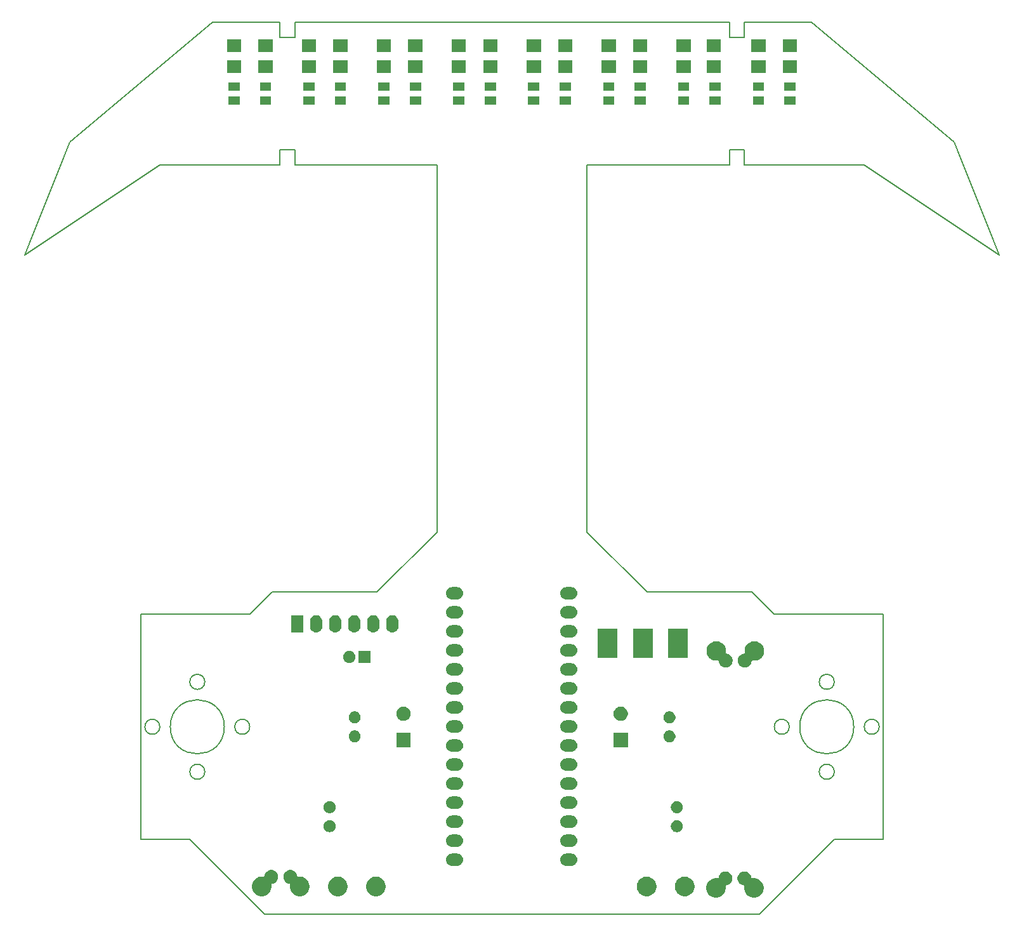
<source format=gbr>
G04 #@! TF.GenerationSoftware,KiCad,Pcbnew,(5.1.4)-1*
G04 #@! TF.CreationDate,2020-10-19T13:56:17-03:00*
G04 #@! TF.ProjectId,VELOCISTA,56454c4f-4349-4535-9441-2e6b69636164,rev?*
G04 #@! TF.SameCoordinates,Original*
G04 #@! TF.FileFunction,Soldermask,Bot*
G04 #@! TF.FilePolarity,Negative*
%FSLAX46Y46*%
G04 Gerber Fmt 4.6, Leading zero omitted, Abs format (unit mm)*
G04 Created by KiCad (PCBNEW (5.1.4)-1) date 2020-10-19 13:56:17*
%MOMM*%
%LPD*%
G04 APERTURE LIST*
%ADD10C,0.150000*%
%ADD11C,0.100000*%
G04 APERTURE END LIST*
D10*
X137000000Y-142000000D02*
G75*
G03X137000000Y-142000000I-1000000J0D01*
G01*
X143000000Y-148000000D02*
G75*
G03X143000000Y-148000000I-1000000J0D01*
G01*
X149000000Y-142000000D02*
G75*
G03X149000000Y-142000000I-1000000J0D01*
G01*
X143000000Y-136000000D02*
G75*
G03X143000000Y-136000000I-1000000J0D01*
G01*
X53000000Y-142000000D02*
G75*
G03X53000000Y-142000000I-1000000J0D01*
G01*
X65000000Y-142000000D02*
G75*
G03X65000000Y-142000000I-1000000J0D01*
G01*
X59000000Y-148000000D02*
G75*
G03X59000000Y-148000000I-1000000J0D01*
G01*
X59000000Y-136000000D02*
G75*
G03X59000000Y-136000000I-1000000J0D01*
G01*
X145605551Y-142000000D02*
G75*
G03X145605551Y-142000000I-3605551J0D01*
G01*
X61605551Y-142000000D02*
G75*
G03X61605551Y-142000000I-3605551J0D01*
G01*
X132000000Y-124000000D02*
X135000000Y-127000000D01*
X132000000Y-124000000D02*
X118000000Y-124000000D01*
X65000000Y-127000000D02*
X50500000Y-127000000D01*
X68000000Y-124000000D02*
X65000000Y-127000000D01*
X69000000Y-67000000D02*
X53000000Y-67000000D01*
X69000000Y-67000000D02*
X69000000Y-65000000D01*
X71000000Y-65000000D02*
X69000000Y-65000000D01*
X71000000Y-65000000D02*
X71000000Y-67000000D01*
X69000000Y-48000000D02*
X60000000Y-48000000D01*
X69000000Y-50000000D02*
X69000000Y-48000000D01*
X71000000Y-50000000D02*
X69000000Y-50000000D01*
X71000000Y-48000000D02*
X71000000Y-50000000D01*
X159000000Y-64000000D02*
X140000000Y-48000000D01*
X131000000Y-48000000D02*
X140000000Y-48000000D01*
X131000000Y-50000000D02*
X131000000Y-48000000D01*
X129000000Y-50000000D02*
X131000000Y-50000000D01*
X129000000Y-48000000D02*
X129000000Y-50000000D01*
X131000000Y-65000000D02*
X131000000Y-67000000D01*
X129000000Y-65000000D02*
X131000000Y-65000000D01*
X129000000Y-67000000D02*
X129000000Y-65000000D01*
X147000000Y-67000000D02*
X165000000Y-79000000D01*
X53000000Y-67000000D02*
X35000000Y-79000000D01*
X90000000Y-67000000D02*
X71000000Y-67000000D01*
X110000000Y-116000000D02*
X110000000Y-67000000D01*
X90000000Y-67000000D02*
X90000000Y-116000000D01*
X110000000Y-67000000D02*
X129000000Y-67000000D01*
X159000000Y-64000000D02*
X165000000Y-79000000D01*
X131000000Y-67000000D02*
X147000000Y-67000000D01*
X133000000Y-167000000D02*
X67000000Y-167000000D01*
X143000000Y-157000000D02*
X133000000Y-167000000D01*
X149500000Y-157000000D02*
X143000000Y-157000000D01*
X57000000Y-157000000D02*
X67000000Y-167000000D01*
X50500000Y-157000000D02*
X57000000Y-157000000D01*
X50500000Y-127000000D02*
X50500000Y-157000000D01*
X149500000Y-127000000D02*
X149500000Y-157000000D01*
X149500000Y-127000000D02*
X135000000Y-127000000D01*
X82000000Y-124000000D02*
X68000000Y-124000000D01*
X90000000Y-116000000D02*
X82000000Y-124000000D01*
X110000000Y-116000000D02*
X118000000Y-124000000D01*
X60000000Y-48000000D02*
X41000000Y-64000000D01*
X41000000Y-64000000D02*
X35000000Y-79000000D01*
X71000000Y-48000000D02*
X129000000Y-48000000D01*
D11*
G36*
X131290104Y-161339585D02*
G01*
X131458626Y-161409389D01*
X131610291Y-161510728D01*
X131739272Y-161639709D01*
X131840611Y-161791374D01*
X131910415Y-161959896D01*
X131941349Y-162115415D01*
X131948462Y-162138864D01*
X131960013Y-162160475D01*
X131975559Y-162179417D01*
X131994501Y-162194962D01*
X132016111Y-162206513D01*
X132039560Y-162213626D01*
X132063946Y-162216028D01*
X132088332Y-162213626D01*
X132161861Y-162199000D01*
X132418139Y-162199000D01*
X132669487Y-162248996D01*
X132906253Y-162347068D01*
X132906255Y-162347069D01*
X133119339Y-162489447D01*
X133300553Y-162670661D01*
X133420792Y-162850611D01*
X133442932Y-162883747D01*
X133541004Y-163120513D01*
X133591000Y-163371861D01*
X133591000Y-163628139D01*
X133541004Y-163879487D01*
X133525774Y-163916255D01*
X133442931Y-164116255D01*
X133300553Y-164329339D01*
X133119339Y-164510553D01*
X132906255Y-164652931D01*
X132906254Y-164652932D01*
X132906253Y-164652932D01*
X132669487Y-164751004D01*
X132418139Y-164801000D01*
X132161861Y-164801000D01*
X131910513Y-164751004D01*
X131673747Y-164652932D01*
X131673746Y-164652932D01*
X131673745Y-164652931D01*
X131460661Y-164510553D01*
X131279447Y-164329339D01*
X131137069Y-164116255D01*
X131054226Y-163916255D01*
X131038996Y-163879487D01*
X130989000Y-163628139D01*
X130989000Y-163371861D01*
X131003626Y-163298332D01*
X131006028Y-163273946D01*
X131003626Y-163249560D01*
X130996513Y-163226111D01*
X130984962Y-163204500D01*
X130969417Y-163185558D01*
X130950475Y-163170013D01*
X130928864Y-163158462D01*
X130905416Y-163151349D01*
X130749896Y-163120415D01*
X130581374Y-163050611D01*
X130429709Y-162949272D01*
X130300728Y-162820291D01*
X130199389Y-162668626D01*
X130129585Y-162500104D01*
X130094000Y-162321203D01*
X130094000Y-162138797D01*
X130129585Y-161959896D01*
X130199389Y-161791374D01*
X130300728Y-161639709D01*
X130429709Y-161510728D01*
X130581374Y-161409389D01*
X130749896Y-161339585D01*
X130928797Y-161304000D01*
X131111203Y-161304000D01*
X131290104Y-161339585D01*
X131290104Y-161339585D01*
G37*
G36*
X128750104Y-161339585D02*
G01*
X128918626Y-161409389D01*
X129070291Y-161510728D01*
X129199272Y-161639709D01*
X129300611Y-161791374D01*
X129370415Y-161959896D01*
X129406000Y-162138797D01*
X129406000Y-162321203D01*
X129370415Y-162500104D01*
X129300611Y-162668626D01*
X129199272Y-162820291D01*
X129070291Y-162949272D01*
X128918626Y-163050611D01*
X128750104Y-163120415D01*
X128594584Y-163151349D01*
X128571136Y-163158462D01*
X128549525Y-163170013D01*
X128530583Y-163185559D01*
X128515038Y-163204501D01*
X128503487Y-163226111D01*
X128496374Y-163249560D01*
X128493972Y-163273946D01*
X128496374Y-163298332D01*
X128511000Y-163371861D01*
X128511000Y-163628139D01*
X128461004Y-163879487D01*
X128445774Y-163916255D01*
X128362931Y-164116255D01*
X128220553Y-164329339D01*
X128039339Y-164510553D01*
X127826255Y-164652931D01*
X127826254Y-164652932D01*
X127826253Y-164652932D01*
X127589487Y-164751004D01*
X127338139Y-164801000D01*
X127081861Y-164801000D01*
X126830513Y-164751004D01*
X126593747Y-164652932D01*
X126593746Y-164652932D01*
X126593745Y-164652931D01*
X126380661Y-164510553D01*
X126199447Y-164329339D01*
X126057069Y-164116255D01*
X125974226Y-163916255D01*
X125958996Y-163879487D01*
X125909000Y-163628139D01*
X125909000Y-163371861D01*
X125958996Y-163120513D01*
X126057068Y-162883747D01*
X126079209Y-162850611D01*
X126199447Y-162670661D01*
X126380661Y-162489447D01*
X126593745Y-162347069D01*
X126593747Y-162347068D01*
X126830513Y-162248996D01*
X127081861Y-162199000D01*
X127338139Y-162199000D01*
X127411668Y-162213626D01*
X127436054Y-162216028D01*
X127460440Y-162213626D01*
X127483889Y-162206513D01*
X127505500Y-162194962D01*
X127524442Y-162179417D01*
X127539987Y-162160475D01*
X127551538Y-162138864D01*
X127558651Y-162115415D01*
X127589585Y-161959896D01*
X127659389Y-161791374D01*
X127760728Y-161639709D01*
X127889709Y-161510728D01*
X128041374Y-161409389D01*
X128209896Y-161339585D01*
X128388797Y-161304000D01*
X128571203Y-161304000D01*
X128750104Y-161339585D01*
X128750104Y-161339585D01*
G37*
G36*
X118339487Y-162048996D02*
G01*
X118576253Y-162147068D01*
X118576255Y-162147069D01*
X118789339Y-162289447D01*
X118970553Y-162470661D01*
X119104189Y-162670661D01*
X119112932Y-162683747D01*
X119211004Y-162920513D01*
X119261000Y-163171861D01*
X119261000Y-163428139D01*
X119211004Y-163679487D01*
X119112932Y-163916253D01*
X119112931Y-163916255D01*
X118970553Y-164129339D01*
X118789339Y-164310553D01*
X118576255Y-164452931D01*
X118576254Y-164452932D01*
X118576253Y-164452932D01*
X118339487Y-164551004D01*
X118088139Y-164601000D01*
X117831861Y-164601000D01*
X117580513Y-164551004D01*
X117343747Y-164452932D01*
X117343746Y-164452932D01*
X117343745Y-164452931D01*
X117130661Y-164310553D01*
X116949447Y-164129339D01*
X116807069Y-163916255D01*
X116807068Y-163916253D01*
X116708996Y-163679487D01*
X116659000Y-163428139D01*
X116659000Y-163171861D01*
X116708996Y-162920513D01*
X116807068Y-162683747D01*
X116815812Y-162670661D01*
X116949447Y-162470661D01*
X117130661Y-162289447D01*
X117343745Y-162147069D01*
X117343747Y-162147068D01*
X117580513Y-162048996D01*
X117831861Y-161999000D01*
X118088139Y-161999000D01*
X118339487Y-162048996D01*
X118339487Y-162048996D01*
G37*
G36*
X123419487Y-162048996D02*
G01*
X123656253Y-162147068D01*
X123656255Y-162147069D01*
X123869339Y-162289447D01*
X124050553Y-162470661D01*
X124184189Y-162670661D01*
X124192932Y-162683747D01*
X124291004Y-162920513D01*
X124341000Y-163171861D01*
X124341000Y-163428139D01*
X124291004Y-163679487D01*
X124192932Y-163916253D01*
X124192931Y-163916255D01*
X124050553Y-164129339D01*
X123869339Y-164310553D01*
X123656255Y-164452931D01*
X123656254Y-164452932D01*
X123656253Y-164452932D01*
X123419487Y-164551004D01*
X123168139Y-164601000D01*
X122911861Y-164601000D01*
X122660513Y-164551004D01*
X122423747Y-164452932D01*
X122423746Y-164452932D01*
X122423745Y-164452931D01*
X122210661Y-164310553D01*
X122029447Y-164129339D01*
X121887069Y-163916255D01*
X121887068Y-163916253D01*
X121788996Y-163679487D01*
X121739000Y-163428139D01*
X121739000Y-163171861D01*
X121788996Y-162920513D01*
X121887068Y-162683747D01*
X121895812Y-162670661D01*
X122029447Y-162470661D01*
X122210661Y-162289447D01*
X122423745Y-162147069D01*
X122423747Y-162147068D01*
X122660513Y-162048996D01*
X122911861Y-161999000D01*
X123168139Y-161999000D01*
X123419487Y-162048996D01*
X123419487Y-162048996D01*
G37*
G36*
X82219487Y-162048996D02*
G01*
X82456253Y-162147068D01*
X82456255Y-162147069D01*
X82669339Y-162289447D01*
X82850553Y-162470661D01*
X82984189Y-162670661D01*
X82992932Y-162683747D01*
X83091004Y-162920513D01*
X83141000Y-163171861D01*
X83141000Y-163428139D01*
X83091004Y-163679487D01*
X82992932Y-163916253D01*
X82992931Y-163916255D01*
X82850553Y-164129339D01*
X82669339Y-164310553D01*
X82456255Y-164452931D01*
X82456254Y-164452932D01*
X82456253Y-164452932D01*
X82219487Y-164551004D01*
X81968139Y-164601000D01*
X81711861Y-164601000D01*
X81460513Y-164551004D01*
X81223747Y-164452932D01*
X81223746Y-164452932D01*
X81223745Y-164452931D01*
X81010661Y-164310553D01*
X80829447Y-164129339D01*
X80687069Y-163916255D01*
X80687068Y-163916253D01*
X80588996Y-163679487D01*
X80539000Y-163428139D01*
X80539000Y-163171861D01*
X80588996Y-162920513D01*
X80687068Y-162683747D01*
X80695812Y-162670661D01*
X80829447Y-162470661D01*
X81010661Y-162289447D01*
X81223745Y-162147069D01*
X81223747Y-162147068D01*
X81460513Y-162048996D01*
X81711861Y-161999000D01*
X81968139Y-161999000D01*
X82219487Y-162048996D01*
X82219487Y-162048996D01*
G37*
G36*
X70680104Y-161139585D02*
G01*
X70848626Y-161209389D01*
X71000291Y-161310728D01*
X71129272Y-161439709D01*
X71230611Y-161591374D01*
X71300415Y-161759896D01*
X71331349Y-161915415D01*
X71338462Y-161938864D01*
X71350013Y-161960475D01*
X71365559Y-161979417D01*
X71384501Y-161994962D01*
X71406111Y-162006513D01*
X71429560Y-162013626D01*
X71453946Y-162016028D01*
X71478332Y-162013626D01*
X71551861Y-161999000D01*
X71808139Y-161999000D01*
X72059487Y-162048996D01*
X72296253Y-162147068D01*
X72296255Y-162147069D01*
X72509339Y-162289447D01*
X72690553Y-162470661D01*
X72824189Y-162670661D01*
X72832932Y-162683747D01*
X72931004Y-162920513D01*
X72981000Y-163171861D01*
X72981000Y-163428139D01*
X72931004Y-163679487D01*
X72832932Y-163916253D01*
X72832931Y-163916255D01*
X72690553Y-164129339D01*
X72509339Y-164310553D01*
X72296255Y-164452931D01*
X72296254Y-164452932D01*
X72296253Y-164452932D01*
X72059487Y-164551004D01*
X71808139Y-164601000D01*
X71551861Y-164601000D01*
X71300513Y-164551004D01*
X71063747Y-164452932D01*
X71063746Y-164452932D01*
X71063745Y-164452931D01*
X70850661Y-164310553D01*
X70669447Y-164129339D01*
X70527069Y-163916255D01*
X70527068Y-163916253D01*
X70428996Y-163679487D01*
X70379000Y-163428139D01*
X70379000Y-163171861D01*
X70393626Y-163098332D01*
X70396028Y-163073946D01*
X70393626Y-163049560D01*
X70386513Y-163026111D01*
X70374962Y-163004500D01*
X70359417Y-162985558D01*
X70340475Y-162970013D01*
X70318864Y-162958462D01*
X70295416Y-162951349D01*
X70139896Y-162920415D01*
X69971374Y-162850611D01*
X69819709Y-162749272D01*
X69690728Y-162620291D01*
X69589389Y-162468626D01*
X69519585Y-162300104D01*
X69484000Y-162121203D01*
X69484000Y-161938797D01*
X69519585Y-161759896D01*
X69589389Y-161591374D01*
X69690728Y-161439709D01*
X69819709Y-161310728D01*
X69971374Y-161209389D01*
X70139896Y-161139585D01*
X70318797Y-161104000D01*
X70501203Y-161104000D01*
X70680104Y-161139585D01*
X70680104Y-161139585D01*
G37*
G36*
X77139487Y-162048996D02*
G01*
X77376253Y-162147068D01*
X77376255Y-162147069D01*
X77589339Y-162289447D01*
X77770553Y-162470661D01*
X77904189Y-162670661D01*
X77912932Y-162683747D01*
X78011004Y-162920513D01*
X78061000Y-163171861D01*
X78061000Y-163428139D01*
X78011004Y-163679487D01*
X77912932Y-163916253D01*
X77912931Y-163916255D01*
X77770553Y-164129339D01*
X77589339Y-164310553D01*
X77376255Y-164452931D01*
X77376254Y-164452932D01*
X77376253Y-164452932D01*
X77139487Y-164551004D01*
X76888139Y-164601000D01*
X76631861Y-164601000D01*
X76380513Y-164551004D01*
X76143747Y-164452932D01*
X76143746Y-164452932D01*
X76143745Y-164452931D01*
X75930661Y-164310553D01*
X75749447Y-164129339D01*
X75607069Y-163916255D01*
X75607068Y-163916253D01*
X75508996Y-163679487D01*
X75459000Y-163428139D01*
X75459000Y-163171861D01*
X75508996Y-162920513D01*
X75607068Y-162683747D01*
X75615812Y-162670661D01*
X75749447Y-162470661D01*
X75930661Y-162289447D01*
X76143745Y-162147069D01*
X76143747Y-162147068D01*
X76380513Y-162048996D01*
X76631861Y-161999000D01*
X76888139Y-161999000D01*
X77139487Y-162048996D01*
X77139487Y-162048996D01*
G37*
G36*
X68140104Y-161139585D02*
G01*
X68308626Y-161209389D01*
X68460291Y-161310728D01*
X68589272Y-161439709D01*
X68690611Y-161591374D01*
X68760415Y-161759896D01*
X68796000Y-161938797D01*
X68796000Y-162121203D01*
X68760415Y-162300104D01*
X68690611Y-162468626D01*
X68589272Y-162620291D01*
X68460291Y-162749272D01*
X68308626Y-162850611D01*
X68140104Y-162920415D01*
X67984584Y-162951349D01*
X67961136Y-162958462D01*
X67939525Y-162970013D01*
X67920583Y-162985559D01*
X67905038Y-163004501D01*
X67893487Y-163026111D01*
X67886374Y-163049560D01*
X67883972Y-163073946D01*
X67886374Y-163098332D01*
X67901000Y-163171861D01*
X67901000Y-163428139D01*
X67851004Y-163679487D01*
X67752932Y-163916253D01*
X67752931Y-163916255D01*
X67610553Y-164129339D01*
X67429339Y-164310553D01*
X67216255Y-164452931D01*
X67216254Y-164452932D01*
X67216253Y-164452932D01*
X66979487Y-164551004D01*
X66728139Y-164601000D01*
X66471861Y-164601000D01*
X66220513Y-164551004D01*
X65983747Y-164452932D01*
X65983746Y-164452932D01*
X65983745Y-164452931D01*
X65770661Y-164310553D01*
X65589447Y-164129339D01*
X65447069Y-163916255D01*
X65447068Y-163916253D01*
X65348996Y-163679487D01*
X65299000Y-163428139D01*
X65299000Y-163171861D01*
X65348996Y-162920513D01*
X65447068Y-162683747D01*
X65455812Y-162670661D01*
X65589447Y-162470661D01*
X65770661Y-162289447D01*
X65983745Y-162147069D01*
X65983747Y-162147068D01*
X66220513Y-162048996D01*
X66471861Y-161999000D01*
X66728139Y-161999000D01*
X66801668Y-162013626D01*
X66826054Y-162016028D01*
X66850440Y-162013626D01*
X66873889Y-162006513D01*
X66895500Y-161994962D01*
X66914442Y-161979417D01*
X66929987Y-161960475D01*
X66941538Y-161938864D01*
X66948651Y-161915415D01*
X66979585Y-161759896D01*
X67049389Y-161591374D01*
X67150728Y-161439709D01*
X67279709Y-161310728D01*
X67431374Y-161209389D01*
X67599896Y-161139585D01*
X67778797Y-161104000D01*
X67961203Y-161104000D01*
X68140104Y-161139585D01*
X68140104Y-161139585D01*
G37*
G36*
X92747567Y-158920921D02*
G01*
X92827196Y-158928764D01*
X92980447Y-158975252D01*
X92980450Y-158975253D01*
X93121683Y-159050744D01*
X93245479Y-159152341D01*
X93347076Y-159276137D01*
X93422567Y-159417370D01*
X93422568Y-159417373D01*
X93469056Y-159570624D01*
X93484753Y-159730000D01*
X93469056Y-159889376D01*
X93422568Y-160042627D01*
X93422567Y-160042630D01*
X93347076Y-160183863D01*
X93245479Y-160307659D01*
X93121683Y-160409256D01*
X92980450Y-160484747D01*
X92980447Y-160484748D01*
X92827196Y-160531236D01*
X92747567Y-160539079D01*
X92707754Y-160543000D01*
X91952246Y-160543000D01*
X91912433Y-160539079D01*
X91832804Y-160531236D01*
X91679553Y-160484748D01*
X91679550Y-160484747D01*
X91538317Y-160409256D01*
X91414521Y-160307659D01*
X91312924Y-160183863D01*
X91237433Y-160042630D01*
X91237432Y-160042627D01*
X91190944Y-159889376D01*
X91175247Y-159730000D01*
X91190944Y-159570624D01*
X91237432Y-159417373D01*
X91237433Y-159417370D01*
X91312924Y-159276137D01*
X91414521Y-159152341D01*
X91538317Y-159050744D01*
X91679550Y-158975253D01*
X91679553Y-158975252D01*
X91832804Y-158928764D01*
X91912433Y-158920921D01*
X91952246Y-158917000D01*
X92707754Y-158917000D01*
X92747567Y-158920921D01*
X92747567Y-158920921D01*
G37*
G36*
X107987567Y-158920921D02*
G01*
X108067196Y-158928764D01*
X108220447Y-158975252D01*
X108220450Y-158975253D01*
X108361683Y-159050744D01*
X108485479Y-159152341D01*
X108587076Y-159276137D01*
X108662567Y-159417370D01*
X108662568Y-159417373D01*
X108709056Y-159570624D01*
X108724753Y-159730000D01*
X108709056Y-159889376D01*
X108662568Y-160042627D01*
X108662567Y-160042630D01*
X108587076Y-160183863D01*
X108485479Y-160307659D01*
X108361683Y-160409256D01*
X108220450Y-160484747D01*
X108220447Y-160484748D01*
X108067196Y-160531236D01*
X107987567Y-160539079D01*
X107947754Y-160543000D01*
X107192246Y-160543000D01*
X107152433Y-160539079D01*
X107072804Y-160531236D01*
X106919553Y-160484748D01*
X106919550Y-160484747D01*
X106778317Y-160409256D01*
X106654521Y-160307659D01*
X106552924Y-160183863D01*
X106477433Y-160042630D01*
X106477432Y-160042627D01*
X106430944Y-159889376D01*
X106415247Y-159730000D01*
X106430944Y-159570624D01*
X106477432Y-159417373D01*
X106477433Y-159417370D01*
X106552924Y-159276137D01*
X106654521Y-159152341D01*
X106778317Y-159050744D01*
X106919550Y-158975253D01*
X106919553Y-158975252D01*
X107072804Y-158928764D01*
X107152433Y-158920921D01*
X107192246Y-158917000D01*
X107947754Y-158917000D01*
X107987567Y-158920921D01*
X107987567Y-158920921D01*
G37*
G36*
X107987567Y-156380921D02*
G01*
X108067196Y-156388764D01*
X108220447Y-156435252D01*
X108220450Y-156435253D01*
X108361683Y-156510744D01*
X108485479Y-156612341D01*
X108587076Y-156736137D01*
X108662567Y-156877370D01*
X108662568Y-156877373D01*
X108709056Y-157030624D01*
X108724753Y-157190000D01*
X108709056Y-157349376D01*
X108662568Y-157502627D01*
X108662567Y-157502630D01*
X108587076Y-157643863D01*
X108485479Y-157767659D01*
X108361683Y-157869256D01*
X108220450Y-157944747D01*
X108220447Y-157944748D01*
X108067196Y-157991236D01*
X107987567Y-157999079D01*
X107947754Y-158003000D01*
X107192246Y-158003000D01*
X107152433Y-157999079D01*
X107072804Y-157991236D01*
X106919553Y-157944748D01*
X106919550Y-157944747D01*
X106778317Y-157869256D01*
X106654521Y-157767659D01*
X106552924Y-157643863D01*
X106477433Y-157502630D01*
X106477432Y-157502627D01*
X106430944Y-157349376D01*
X106415247Y-157190000D01*
X106430944Y-157030624D01*
X106477432Y-156877373D01*
X106477433Y-156877370D01*
X106552924Y-156736137D01*
X106654521Y-156612341D01*
X106778317Y-156510744D01*
X106919550Y-156435253D01*
X106919553Y-156435252D01*
X107072804Y-156388764D01*
X107152433Y-156380921D01*
X107192246Y-156377000D01*
X107947754Y-156377000D01*
X107987567Y-156380921D01*
X107987567Y-156380921D01*
G37*
G36*
X92747567Y-156380921D02*
G01*
X92827196Y-156388764D01*
X92980447Y-156435252D01*
X92980450Y-156435253D01*
X93121683Y-156510744D01*
X93245479Y-156612341D01*
X93347076Y-156736137D01*
X93422567Y-156877370D01*
X93422568Y-156877373D01*
X93469056Y-157030624D01*
X93484753Y-157190000D01*
X93469056Y-157349376D01*
X93422568Y-157502627D01*
X93422567Y-157502630D01*
X93347076Y-157643863D01*
X93245479Y-157767659D01*
X93121683Y-157869256D01*
X92980450Y-157944747D01*
X92980447Y-157944748D01*
X92827196Y-157991236D01*
X92747567Y-157999079D01*
X92707754Y-158003000D01*
X91952246Y-158003000D01*
X91912433Y-157999079D01*
X91832804Y-157991236D01*
X91679553Y-157944748D01*
X91679550Y-157944747D01*
X91538317Y-157869256D01*
X91414521Y-157767659D01*
X91312924Y-157643863D01*
X91237433Y-157502630D01*
X91237432Y-157502627D01*
X91190944Y-157349376D01*
X91175247Y-157190000D01*
X91190944Y-157030624D01*
X91237432Y-156877373D01*
X91237433Y-156877370D01*
X91312924Y-156736137D01*
X91414521Y-156612341D01*
X91538317Y-156510744D01*
X91679550Y-156435253D01*
X91679553Y-156435252D01*
X91832804Y-156388764D01*
X91912433Y-156380921D01*
X91952246Y-156377000D01*
X92707754Y-156377000D01*
X92747567Y-156380921D01*
X92747567Y-156380921D01*
G37*
G36*
X122156378Y-154473832D02*
G01*
X122233809Y-154489234D01*
X122379686Y-154549658D01*
X122510971Y-154637380D01*
X122622620Y-154749029D01*
X122710342Y-154880314D01*
X122770766Y-155026191D01*
X122801570Y-155181052D01*
X122801570Y-155338948D01*
X122770766Y-155493809D01*
X122710342Y-155639686D01*
X122622620Y-155770971D01*
X122510971Y-155882620D01*
X122379686Y-155970342D01*
X122233809Y-156030766D01*
X122078949Y-156061570D01*
X121921051Y-156061570D01*
X121766191Y-156030766D01*
X121620314Y-155970342D01*
X121489029Y-155882620D01*
X121377380Y-155770971D01*
X121289658Y-155639686D01*
X121229234Y-155493809D01*
X121198430Y-155338948D01*
X121198430Y-155181052D01*
X121229234Y-155026191D01*
X121289658Y-154880314D01*
X121377380Y-154749029D01*
X121489029Y-154637380D01*
X121620314Y-154549658D01*
X121766191Y-154489234D01*
X121843622Y-154473832D01*
X121921051Y-154458430D01*
X122078949Y-154458430D01*
X122156378Y-154473832D01*
X122156378Y-154473832D01*
G37*
G36*
X75816378Y-154473832D02*
G01*
X75893809Y-154489234D01*
X76039686Y-154549658D01*
X76170971Y-154637380D01*
X76282620Y-154749029D01*
X76370342Y-154880314D01*
X76430766Y-155026191D01*
X76461570Y-155181052D01*
X76461570Y-155338948D01*
X76430766Y-155493809D01*
X76370342Y-155639686D01*
X76282620Y-155770971D01*
X76170971Y-155882620D01*
X76039686Y-155970342D01*
X75893809Y-156030766D01*
X75738949Y-156061570D01*
X75581051Y-156061570D01*
X75426191Y-156030766D01*
X75280314Y-155970342D01*
X75149029Y-155882620D01*
X75037380Y-155770971D01*
X74949658Y-155639686D01*
X74889234Y-155493809D01*
X74858430Y-155338948D01*
X74858430Y-155181052D01*
X74889234Y-155026191D01*
X74949658Y-154880314D01*
X75037380Y-154749029D01*
X75149029Y-154637380D01*
X75280314Y-154549658D01*
X75426191Y-154489234D01*
X75503622Y-154473832D01*
X75581051Y-154458430D01*
X75738949Y-154458430D01*
X75816378Y-154473832D01*
X75816378Y-154473832D01*
G37*
G36*
X107987567Y-153840921D02*
G01*
X108067196Y-153848764D01*
X108220447Y-153895252D01*
X108220450Y-153895253D01*
X108361683Y-153970744D01*
X108485479Y-154072341D01*
X108587076Y-154196137D01*
X108662567Y-154337370D01*
X108662568Y-154337373D01*
X108709056Y-154490624D01*
X108724753Y-154650000D01*
X108709056Y-154809376D01*
X108662568Y-154962627D01*
X108662567Y-154962630D01*
X108587076Y-155103863D01*
X108485479Y-155227659D01*
X108361683Y-155329256D01*
X108220450Y-155404747D01*
X108220447Y-155404748D01*
X108067196Y-155451236D01*
X107987567Y-155459079D01*
X107947754Y-155463000D01*
X107192246Y-155463000D01*
X107152433Y-155459079D01*
X107072804Y-155451236D01*
X106919553Y-155404748D01*
X106919550Y-155404747D01*
X106778317Y-155329256D01*
X106654521Y-155227659D01*
X106552924Y-155103863D01*
X106477433Y-154962630D01*
X106477432Y-154962627D01*
X106430944Y-154809376D01*
X106415247Y-154650000D01*
X106430944Y-154490624D01*
X106477432Y-154337373D01*
X106477433Y-154337370D01*
X106552924Y-154196137D01*
X106654521Y-154072341D01*
X106778317Y-153970744D01*
X106919550Y-153895253D01*
X106919553Y-153895252D01*
X107072804Y-153848764D01*
X107152433Y-153840921D01*
X107192246Y-153837000D01*
X107947754Y-153837000D01*
X107987567Y-153840921D01*
X107987567Y-153840921D01*
G37*
G36*
X92747567Y-153840921D02*
G01*
X92827196Y-153848764D01*
X92980447Y-153895252D01*
X92980450Y-153895253D01*
X93121683Y-153970744D01*
X93245479Y-154072341D01*
X93347076Y-154196137D01*
X93422567Y-154337370D01*
X93422568Y-154337373D01*
X93469056Y-154490624D01*
X93484753Y-154650000D01*
X93469056Y-154809376D01*
X93422568Y-154962627D01*
X93422567Y-154962630D01*
X93347076Y-155103863D01*
X93245479Y-155227659D01*
X93121683Y-155329256D01*
X92980450Y-155404747D01*
X92980447Y-155404748D01*
X92827196Y-155451236D01*
X92747567Y-155459079D01*
X92707754Y-155463000D01*
X91952246Y-155463000D01*
X91912433Y-155459079D01*
X91832804Y-155451236D01*
X91679553Y-155404748D01*
X91679550Y-155404747D01*
X91538317Y-155329256D01*
X91414521Y-155227659D01*
X91312924Y-155103863D01*
X91237433Y-154962630D01*
X91237432Y-154962627D01*
X91190944Y-154809376D01*
X91175247Y-154650000D01*
X91190944Y-154490624D01*
X91237432Y-154337373D01*
X91237433Y-154337370D01*
X91312924Y-154196137D01*
X91414521Y-154072341D01*
X91538317Y-153970744D01*
X91679550Y-153895253D01*
X91679553Y-153895252D01*
X91832804Y-153848764D01*
X91912433Y-153840921D01*
X91952246Y-153837000D01*
X92707754Y-153837000D01*
X92747567Y-153840921D01*
X92747567Y-153840921D01*
G37*
G36*
X122156378Y-151933832D02*
G01*
X122233809Y-151949234D01*
X122379686Y-152009658D01*
X122510971Y-152097380D01*
X122622620Y-152209029D01*
X122710342Y-152340314D01*
X122770766Y-152486191D01*
X122801570Y-152641052D01*
X122801570Y-152798948D01*
X122770766Y-152953809D01*
X122710342Y-153099686D01*
X122622620Y-153230971D01*
X122510971Y-153342620D01*
X122379686Y-153430342D01*
X122233809Y-153490766D01*
X122156378Y-153506168D01*
X122078949Y-153521570D01*
X121921051Y-153521570D01*
X121843622Y-153506168D01*
X121766191Y-153490766D01*
X121620314Y-153430342D01*
X121489029Y-153342620D01*
X121377380Y-153230971D01*
X121289658Y-153099686D01*
X121229234Y-152953809D01*
X121198430Y-152798948D01*
X121198430Y-152641052D01*
X121229234Y-152486191D01*
X121289658Y-152340314D01*
X121377380Y-152209029D01*
X121489029Y-152097380D01*
X121620314Y-152009658D01*
X121766191Y-151949234D01*
X121843622Y-151933832D01*
X121921051Y-151918430D01*
X122078949Y-151918430D01*
X122156378Y-151933832D01*
X122156378Y-151933832D01*
G37*
G36*
X75816378Y-151933832D02*
G01*
X75893809Y-151949234D01*
X76039686Y-152009658D01*
X76170971Y-152097380D01*
X76282620Y-152209029D01*
X76370342Y-152340314D01*
X76430766Y-152486191D01*
X76461570Y-152641052D01*
X76461570Y-152798948D01*
X76430766Y-152953809D01*
X76370342Y-153099686D01*
X76282620Y-153230971D01*
X76170971Y-153342620D01*
X76039686Y-153430342D01*
X75893809Y-153490766D01*
X75816378Y-153506168D01*
X75738949Y-153521570D01*
X75581051Y-153521570D01*
X75503622Y-153506168D01*
X75426191Y-153490766D01*
X75280314Y-153430342D01*
X75149029Y-153342620D01*
X75037380Y-153230971D01*
X74949658Y-153099686D01*
X74889234Y-152953809D01*
X74858430Y-152798948D01*
X74858430Y-152641052D01*
X74889234Y-152486191D01*
X74949658Y-152340314D01*
X75037380Y-152209029D01*
X75149029Y-152097380D01*
X75280314Y-152009658D01*
X75426191Y-151949234D01*
X75503622Y-151933832D01*
X75581051Y-151918430D01*
X75738949Y-151918430D01*
X75816378Y-151933832D01*
X75816378Y-151933832D01*
G37*
G36*
X92747567Y-151300921D02*
G01*
X92827196Y-151308764D01*
X92980447Y-151355252D01*
X92980450Y-151355253D01*
X93121683Y-151430744D01*
X93245479Y-151532341D01*
X93347076Y-151656137D01*
X93422567Y-151797370D01*
X93422568Y-151797373D01*
X93469056Y-151950624D01*
X93484753Y-152110000D01*
X93469056Y-152269376D01*
X93422568Y-152422627D01*
X93422567Y-152422630D01*
X93347076Y-152563863D01*
X93245479Y-152687659D01*
X93121683Y-152789256D01*
X92980450Y-152864747D01*
X92980447Y-152864748D01*
X92827196Y-152911236D01*
X92747567Y-152919079D01*
X92707754Y-152923000D01*
X91952246Y-152923000D01*
X91912433Y-152919079D01*
X91832804Y-152911236D01*
X91679553Y-152864748D01*
X91679550Y-152864747D01*
X91538317Y-152789256D01*
X91414521Y-152687659D01*
X91312924Y-152563863D01*
X91237433Y-152422630D01*
X91237432Y-152422627D01*
X91190944Y-152269376D01*
X91175247Y-152110000D01*
X91190944Y-151950624D01*
X91237432Y-151797373D01*
X91237433Y-151797370D01*
X91312924Y-151656137D01*
X91414521Y-151532341D01*
X91538317Y-151430744D01*
X91679550Y-151355253D01*
X91679553Y-151355252D01*
X91832804Y-151308764D01*
X91912433Y-151300921D01*
X91952246Y-151297000D01*
X92707754Y-151297000D01*
X92747567Y-151300921D01*
X92747567Y-151300921D01*
G37*
G36*
X107987567Y-151300921D02*
G01*
X108067196Y-151308764D01*
X108220447Y-151355252D01*
X108220450Y-151355253D01*
X108361683Y-151430744D01*
X108485479Y-151532341D01*
X108587076Y-151656137D01*
X108662567Y-151797370D01*
X108662568Y-151797373D01*
X108709056Y-151950624D01*
X108724753Y-152110000D01*
X108709056Y-152269376D01*
X108662568Y-152422627D01*
X108662567Y-152422630D01*
X108587076Y-152563863D01*
X108485479Y-152687659D01*
X108361683Y-152789256D01*
X108220450Y-152864747D01*
X108220447Y-152864748D01*
X108067196Y-152911236D01*
X107987567Y-152919079D01*
X107947754Y-152923000D01*
X107192246Y-152923000D01*
X107152433Y-152919079D01*
X107072804Y-152911236D01*
X106919553Y-152864748D01*
X106919550Y-152864747D01*
X106778317Y-152789256D01*
X106654521Y-152687659D01*
X106552924Y-152563863D01*
X106477433Y-152422630D01*
X106477432Y-152422627D01*
X106430944Y-152269376D01*
X106415247Y-152110000D01*
X106430944Y-151950624D01*
X106477432Y-151797373D01*
X106477433Y-151797370D01*
X106552924Y-151656137D01*
X106654521Y-151532341D01*
X106778317Y-151430744D01*
X106919550Y-151355253D01*
X106919553Y-151355252D01*
X107072804Y-151308764D01*
X107152433Y-151300921D01*
X107192246Y-151297000D01*
X107947754Y-151297000D01*
X107987567Y-151300921D01*
X107987567Y-151300921D01*
G37*
G36*
X107986297Y-148760921D02*
G01*
X108065926Y-148768764D01*
X108219177Y-148815252D01*
X108219180Y-148815253D01*
X108360413Y-148890744D01*
X108484209Y-148992341D01*
X108585806Y-149116137D01*
X108661297Y-149257370D01*
X108661298Y-149257373D01*
X108707786Y-149410624D01*
X108723483Y-149570000D01*
X108707786Y-149729376D01*
X108661298Y-149882627D01*
X108661297Y-149882630D01*
X108585806Y-150023863D01*
X108484209Y-150147659D01*
X108360413Y-150249256D01*
X108219180Y-150324747D01*
X108219177Y-150324748D01*
X108065926Y-150371236D01*
X107986297Y-150379079D01*
X107946484Y-150383000D01*
X107193516Y-150383000D01*
X107153703Y-150379079D01*
X107074074Y-150371236D01*
X106920823Y-150324748D01*
X106920820Y-150324747D01*
X106779587Y-150249256D01*
X106655791Y-150147659D01*
X106554194Y-150023863D01*
X106478703Y-149882630D01*
X106478702Y-149882627D01*
X106432214Y-149729376D01*
X106416517Y-149570000D01*
X106432214Y-149410624D01*
X106478702Y-149257373D01*
X106478703Y-149257370D01*
X106554194Y-149116137D01*
X106655791Y-148992341D01*
X106779587Y-148890744D01*
X106920820Y-148815253D01*
X106920823Y-148815252D01*
X107074074Y-148768764D01*
X107153703Y-148760921D01*
X107193516Y-148757000D01*
X107946484Y-148757000D01*
X107986297Y-148760921D01*
X107986297Y-148760921D01*
G37*
G36*
X92747567Y-148760921D02*
G01*
X92827196Y-148768764D01*
X92980447Y-148815252D01*
X92980450Y-148815253D01*
X93121683Y-148890744D01*
X93245479Y-148992341D01*
X93347076Y-149116137D01*
X93422567Y-149257370D01*
X93422568Y-149257373D01*
X93469056Y-149410624D01*
X93484753Y-149570000D01*
X93469056Y-149729376D01*
X93422568Y-149882627D01*
X93422567Y-149882630D01*
X93347076Y-150023863D01*
X93245479Y-150147659D01*
X93121683Y-150249256D01*
X92980450Y-150324747D01*
X92980447Y-150324748D01*
X92827196Y-150371236D01*
X92747567Y-150379079D01*
X92707754Y-150383000D01*
X91952246Y-150383000D01*
X91912433Y-150379079D01*
X91832804Y-150371236D01*
X91679553Y-150324748D01*
X91679550Y-150324747D01*
X91538317Y-150249256D01*
X91414521Y-150147659D01*
X91312924Y-150023863D01*
X91237433Y-149882630D01*
X91237432Y-149882627D01*
X91190944Y-149729376D01*
X91175247Y-149570000D01*
X91190944Y-149410624D01*
X91237432Y-149257373D01*
X91237433Y-149257370D01*
X91312924Y-149116137D01*
X91414521Y-148992341D01*
X91538317Y-148890744D01*
X91679550Y-148815253D01*
X91679553Y-148815252D01*
X91832804Y-148768764D01*
X91912433Y-148760921D01*
X91952246Y-148757000D01*
X92707754Y-148757000D01*
X92747567Y-148760921D01*
X92747567Y-148760921D01*
G37*
G36*
X107986297Y-146220921D02*
G01*
X108065926Y-146228764D01*
X108219177Y-146275252D01*
X108219180Y-146275253D01*
X108360413Y-146350744D01*
X108484209Y-146452341D01*
X108585806Y-146576137D01*
X108661297Y-146717370D01*
X108661298Y-146717373D01*
X108707786Y-146870624D01*
X108723483Y-147030000D01*
X108707786Y-147189376D01*
X108661298Y-147342627D01*
X108661297Y-147342630D01*
X108585806Y-147483863D01*
X108484209Y-147607659D01*
X108360413Y-147709256D01*
X108219180Y-147784747D01*
X108219177Y-147784748D01*
X108065926Y-147831236D01*
X107986297Y-147839079D01*
X107946484Y-147843000D01*
X107193516Y-147843000D01*
X107153703Y-147839079D01*
X107074074Y-147831236D01*
X106920823Y-147784748D01*
X106920820Y-147784747D01*
X106779587Y-147709256D01*
X106655791Y-147607659D01*
X106554194Y-147483863D01*
X106478703Y-147342630D01*
X106478702Y-147342627D01*
X106432214Y-147189376D01*
X106416517Y-147030000D01*
X106432214Y-146870624D01*
X106478702Y-146717373D01*
X106478703Y-146717370D01*
X106554194Y-146576137D01*
X106655791Y-146452341D01*
X106779587Y-146350744D01*
X106920820Y-146275253D01*
X106920823Y-146275252D01*
X107074074Y-146228764D01*
X107153703Y-146220921D01*
X107193516Y-146217000D01*
X107946484Y-146217000D01*
X107986297Y-146220921D01*
X107986297Y-146220921D01*
G37*
G36*
X92747567Y-146220921D02*
G01*
X92827196Y-146228764D01*
X92980447Y-146275252D01*
X92980450Y-146275253D01*
X93121683Y-146350744D01*
X93245479Y-146452341D01*
X93347076Y-146576137D01*
X93422567Y-146717370D01*
X93422568Y-146717373D01*
X93469056Y-146870624D01*
X93484753Y-147030000D01*
X93469056Y-147189376D01*
X93422568Y-147342627D01*
X93422567Y-147342630D01*
X93347076Y-147483863D01*
X93245479Y-147607659D01*
X93121683Y-147709256D01*
X92980450Y-147784747D01*
X92980447Y-147784748D01*
X92827196Y-147831236D01*
X92747567Y-147839079D01*
X92707754Y-147843000D01*
X91952246Y-147843000D01*
X91912433Y-147839079D01*
X91832804Y-147831236D01*
X91679553Y-147784748D01*
X91679550Y-147784747D01*
X91538317Y-147709256D01*
X91414521Y-147607659D01*
X91312924Y-147483863D01*
X91237433Y-147342630D01*
X91237432Y-147342627D01*
X91190944Y-147189376D01*
X91175247Y-147030000D01*
X91190944Y-146870624D01*
X91237432Y-146717373D01*
X91237433Y-146717370D01*
X91312924Y-146576137D01*
X91414521Y-146452341D01*
X91538317Y-146350744D01*
X91679550Y-146275253D01*
X91679553Y-146275252D01*
X91832804Y-146228764D01*
X91912433Y-146220921D01*
X91952246Y-146217000D01*
X92707754Y-146217000D01*
X92747567Y-146220921D01*
X92747567Y-146220921D01*
G37*
G36*
X92747567Y-143680921D02*
G01*
X92827196Y-143688764D01*
X92980447Y-143735252D01*
X92980450Y-143735253D01*
X93121683Y-143810744D01*
X93245479Y-143912341D01*
X93347076Y-144036137D01*
X93422567Y-144177370D01*
X93422568Y-144177373D01*
X93469056Y-144330624D01*
X93484753Y-144490000D01*
X93469056Y-144649376D01*
X93453396Y-144701000D01*
X93422567Y-144802630D01*
X93347076Y-144943863D01*
X93245479Y-145067659D01*
X93121683Y-145169256D01*
X92980450Y-145244747D01*
X92980447Y-145244748D01*
X92827196Y-145291236D01*
X92747567Y-145299079D01*
X92707754Y-145303000D01*
X91952246Y-145303000D01*
X91912433Y-145299079D01*
X91832804Y-145291236D01*
X91679553Y-145244748D01*
X91679550Y-145244747D01*
X91538317Y-145169256D01*
X91414521Y-145067659D01*
X91312924Y-144943863D01*
X91237433Y-144802630D01*
X91206604Y-144701000D01*
X91190944Y-144649376D01*
X91175247Y-144490000D01*
X91190944Y-144330624D01*
X91237432Y-144177373D01*
X91237433Y-144177370D01*
X91312924Y-144036137D01*
X91414521Y-143912341D01*
X91538317Y-143810744D01*
X91679550Y-143735253D01*
X91679553Y-143735252D01*
X91832804Y-143688764D01*
X91912433Y-143680921D01*
X91952246Y-143677000D01*
X92707754Y-143677000D01*
X92747567Y-143680921D01*
X92747567Y-143680921D01*
G37*
G36*
X107986297Y-143680921D02*
G01*
X108065926Y-143688764D01*
X108219177Y-143735252D01*
X108219180Y-143735253D01*
X108360413Y-143810744D01*
X108484209Y-143912341D01*
X108585806Y-144036137D01*
X108661297Y-144177370D01*
X108661298Y-144177373D01*
X108707786Y-144330624D01*
X108723483Y-144490000D01*
X108707786Y-144649376D01*
X108692126Y-144701000D01*
X108661297Y-144802630D01*
X108585806Y-144943863D01*
X108484209Y-145067659D01*
X108360413Y-145169256D01*
X108219180Y-145244747D01*
X108219177Y-145244748D01*
X108065926Y-145291236D01*
X107986297Y-145299079D01*
X107946484Y-145303000D01*
X107193516Y-145303000D01*
X107153703Y-145299079D01*
X107074074Y-145291236D01*
X106920823Y-145244748D01*
X106920820Y-145244747D01*
X106779587Y-145169256D01*
X106655791Y-145067659D01*
X106554194Y-144943863D01*
X106478703Y-144802630D01*
X106447874Y-144701000D01*
X106432214Y-144649376D01*
X106416517Y-144490000D01*
X106432214Y-144330624D01*
X106478702Y-144177373D01*
X106478703Y-144177370D01*
X106554194Y-144036137D01*
X106655791Y-143912341D01*
X106779587Y-143810744D01*
X106920820Y-143735253D01*
X106920823Y-143735252D01*
X107074074Y-143688764D01*
X107153703Y-143680921D01*
X107193516Y-143677000D01*
X107946484Y-143677000D01*
X107986297Y-143680921D01*
X107986297Y-143680921D01*
G37*
G36*
X115451000Y-144701000D02*
G01*
X113549000Y-144701000D01*
X113549000Y-142799000D01*
X115451000Y-142799000D01*
X115451000Y-144701000D01*
X115451000Y-144701000D01*
G37*
G36*
X86451000Y-144701000D02*
G01*
X84549000Y-144701000D01*
X84549000Y-142799000D01*
X86451000Y-142799000D01*
X86451000Y-144701000D01*
X86451000Y-144701000D01*
G37*
G36*
X121233809Y-142499234D02*
G01*
X121379686Y-142559658D01*
X121510971Y-142647380D01*
X121622620Y-142759029D01*
X121710342Y-142890314D01*
X121770766Y-143036191D01*
X121801570Y-143191052D01*
X121801570Y-143348948D01*
X121770766Y-143503809D01*
X121710342Y-143649686D01*
X121622620Y-143780971D01*
X121510971Y-143892620D01*
X121379686Y-143980342D01*
X121233809Y-144040766D01*
X121078949Y-144071570D01*
X120921051Y-144071570D01*
X120766191Y-144040766D01*
X120620314Y-143980342D01*
X120489029Y-143892620D01*
X120377380Y-143780971D01*
X120289658Y-143649686D01*
X120229234Y-143503809D01*
X120198430Y-143348948D01*
X120198430Y-143191052D01*
X120229234Y-143036191D01*
X120289658Y-142890314D01*
X120377380Y-142759029D01*
X120489029Y-142647380D01*
X120620314Y-142559658D01*
X120766191Y-142499234D01*
X120921051Y-142468430D01*
X121078949Y-142468430D01*
X121233809Y-142499234D01*
X121233809Y-142499234D01*
G37*
G36*
X79233809Y-142499234D02*
G01*
X79379686Y-142559658D01*
X79510971Y-142647380D01*
X79622620Y-142759029D01*
X79710342Y-142890314D01*
X79770766Y-143036191D01*
X79801570Y-143191052D01*
X79801570Y-143348948D01*
X79770766Y-143503809D01*
X79710342Y-143649686D01*
X79622620Y-143780971D01*
X79510971Y-143892620D01*
X79379686Y-143980342D01*
X79233809Y-144040766D01*
X79078949Y-144071570D01*
X78921051Y-144071570D01*
X78766191Y-144040766D01*
X78620314Y-143980342D01*
X78489029Y-143892620D01*
X78377380Y-143780971D01*
X78289658Y-143649686D01*
X78229234Y-143503809D01*
X78198430Y-143348948D01*
X78198430Y-143191052D01*
X78229234Y-143036191D01*
X78289658Y-142890314D01*
X78377380Y-142759029D01*
X78489029Y-142647380D01*
X78620314Y-142559658D01*
X78766191Y-142499234D01*
X78921051Y-142468430D01*
X79078949Y-142468430D01*
X79233809Y-142499234D01*
X79233809Y-142499234D01*
G37*
G36*
X107986297Y-141140921D02*
G01*
X108065926Y-141148764D01*
X108219177Y-141195252D01*
X108219180Y-141195253D01*
X108360413Y-141270744D01*
X108484209Y-141372341D01*
X108585806Y-141496137D01*
X108661297Y-141637370D01*
X108661298Y-141637373D01*
X108707786Y-141790624D01*
X108723483Y-141950000D01*
X108707786Y-142109376D01*
X108661298Y-142262627D01*
X108661297Y-142262630D01*
X108585806Y-142403863D01*
X108484209Y-142527659D01*
X108360413Y-142629256D01*
X108219180Y-142704747D01*
X108219177Y-142704748D01*
X108065926Y-142751236D01*
X107986802Y-142759029D01*
X107946484Y-142763000D01*
X107193516Y-142763000D01*
X107153198Y-142759029D01*
X107074074Y-142751236D01*
X106920823Y-142704748D01*
X106920820Y-142704747D01*
X106779587Y-142629256D01*
X106655791Y-142527659D01*
X106554194Y-142403863D01*
X106478703Y-142262630D01*
X106478702Y-142262627D01*
X106432214Y-142109376D01*
X106416517Y-141950000D01*
X106432214Y-141790624D01*
X106478702Y-141637373D01*
X106478703Y-141637370D01*
X106554194Y-141496137D01*
X106655791Y-141372341D01*
X106779587Y-141270744D01*
X106920820Y-141195253D01*
X106920823Y-141195252D01*
X107074074Y-141148764D01*
X107153703Y-141140921D01*
X107193516Y-141137000D01*
X107946484Y-141137000D01*
X107986297Y-141140921D01*
X107986297Y-141140921D01*
G37*
G36*
X92747567Y-141140921D02*
G01*
X92827196Y-141148764D01*
X92980447Y-141195252D01*
X92980450Y-141195253D01*
X93121683Y-141270744D01*
X93245479Y-141372341D01*
X93347076Y-141496137D01*
X93422567Y-141637370D01*
X93422568Y-141637373D01*
X93469056Y-141790624D01*
X93484753Y-141950000D01*
X93469056Y-142109376D01*
X93422568Y-142262627D01*
X93422567Y-142262630D01*
X93347076Y-142403863D01*
X93245479Y-142527659D01*
X93121683Y-142629256D01*
X92980450Y-142704747D01*
X92980447Y-142704748D01*
X92827196Y-142751236D01*
X92748072Y-142759029D01*
X92707754Y-142763000D01*
X91952246Y-142763000D01*
X91911928Y-142759029D01*
X91832804Y-142751236D01*
X91679553Y-142704748D01*
X91679550Y-142704747D01*
X91538317Y-142629256D01*
X91414521Y-142527659D01*
X91312924Y-142403863D01*
X91237433Y-142262630D01*
X91237432Y-142262627D01*
X91190944Y-142109376D01*
X91175247Y-141950000D01*
X91190944Y-141790624D01*
X91237432Y-141637373D01*
X91237433Y-141637370D01*
X91312924Y-141496137D01*
X91414521Y-141372341D01*
X91538317Y-141270744D01*
X91679550Y-141195253D01*
X91679553Y-141195252D01*
X91832804Y-141148764D01*
X91912433Y-141140921D01*
X91952246Y-141137000D01*
X92707754Y-141137000D01*
X92747567Y-141140921D01*
X92747567Y-141140921D01*
G37*
G36*
X79233809Y-139959234D02*
G01*
X79379686Y-140019658D01*
X79510971Y-140107380D01*
X79622620Y-140219029D01*
X79710342Y-140350314D01*
X79770766Y-140496191D01*
X79801570Y-140651052D01*
X79801570Y-140808948D01*
X79770766Y-140963809D01*
X79728041Y-141066957D01*
X79717351Y-141092766D01*
X79710342Y-141109686D01*
X79622620Y-141240971D01*
X79510971Y-141352620D01*
X79379686Y-141440342D01*
X79233809Y-141500766D01*
X79078949Y-141531570D01*
X78921051Y-141531570D01*
X78766191Y-141500766D01*
X78620314Y-141440342D01*
X78489029Y-141352620D01*
X78377380Y-141240971D01*
X78289658Y-141109686D01*
X78282650Y-141092766D01*
X78271959Y-141066957D01*
X78229234Y-140963809D01*
X78198430Y-140808948D01*
X78198430Y-140651052D01*
X78229234Y-140496191D01*
X78289658Y-140350314D01*
X78377380Y-140219029D01*
X78489029Y-140107380D01*
X78620314Y-140019658D01*
X78766191Y-139959234D01*
X78921051Y-139928430D01*
X79078949Y-139928430D01*
X79233809Y-139959234D01*
X79233809Y-139959234D01*
G37*
G36*
X121233809Y-139959234D02*
G01*
X121379686Y-140019658D01*
X121510971Y-140107380D01*
X121622620Y-140219029D01*
X121710342Y-140350314D01*
X121770766Y-140496191D01*
X121801570Y-140651052D01*
X121801570Y-140808948D01*
X121770766Y-140963809D01*
X121728041Y-141066957D01*
X121717351Y-141092766D01*
X121710342Y-141109686D01*
X121622620Y-141240971D01*
X121510971Y-141352620D01*
X121379686Y-141440342D01*
X121233809Y-141500766D01*
X121078949Y-141531570D01*
X120921051Y-141531570D01*
X120766191Y-141500766D01*
X120620314Y-141440342D01*
X120489029Y-141352620D01*
X120377380Y-141240971D01*
X120289658Y-141109686D01*
X120282650Y-141092766D01*
X120271959Y-141066957D01*
X120229234Y-140963809D01*
X120198430Y-140808948D01*
X120198430Y-140651052D01*
X120229234Y-140496191D01*
X120289658Y-140350314D01*
X120377380Y-140219029D01*
X120489029Y-140107380D01*
X120620314Y-140019658D01*
X120766191Y-139959234D01*
X120921051Y-139928430D01*
X121078949Y-139928430D01*
X121233809Y-139959234D01*
X121233809Y-139959234D01*
G37*
G36*
X114777395Y-139335546D02*
G01*
X114950466Y-139407234D01*
X115027818Y-139458919D01*
X115106227Y-139511310D01*
X115238690Y-139643773D01*
X115238691Y-139643775D01*
X115342766Y-139799534D01*
X115414454Y-139972605D01*
X115451000Y-140156333D01*
X115451000Y-140343667D01*
X115414454Y-140527395D01*
X115342766Y-140700466D01*
X115342765Y-140700467D01*
X115238690Y-140856227D01*
X115106227Y-140988690D01*
X115027818Y-141041081D01*
X114950466Y-141092766D01*
X114777395Y-141164454D01*
X114593667Y-141201000D01*
X114406333Y-141201000D01*
X114222605Y-141164454D01*
X114049534Y-141092766D01*
X113972182Y-141041081D01*
X113893773Y-140988690D01*
X113761310Y-140856227D01*
X113657235Y-140700467D01*
X113657234Y-140700466D01*
X113585546Y-140527395D01*
X113549000Y-140343667D01*
X113549000Y-140156333D01*
X113585546Y-139972605D01*
X113657234Y-139799534D01*
X113761309Y-139643775D01*
X113761310Y-139643773D01*
X113893773Y-139511310D01*
X113972182Y-139458919D01*
X114049534Y-139407234D01*
X114222605Y-139335546D01*
X114406333Y-139299000D01*
X114593667Y-139299000D01*
X114777395Y-139335546D01*
X114777395Y-139335546D01*
G37*
G36*
X85777395Y-139335546D02*
G01*
X85950466Y-139407234D01*
X86027818Y-139458919D01*
X86106227Y-139511310D01*
X86238690Y-139643773D01*
X86238691Y-139643775D01*
X86342766Y-139799534D01*
X86414454Y-139972605D01*
X86451000Y-140156333D01*
X86451000Y-140343667D01*
X86414454Y-140527395D01*
X86342766Y-140700466D01*
X86342765Y-140700467D01*
X86238690Y-140856227D01*
X86106227Y-140988690D01*
X86027818Y-141041081D01*
X85950466Y-141092766D01*
X85777395Y-141164454D01*
X85593667Y-141201000D01*
X85406333Y-141201000D01*
X85222605Y-141164454D01*
X85049534Y-141092766D01*
X84972182Y-141041081D01*
X84893773Y-140988690D01*
X84761310Y-140856227D01*
X84657235Y-140700467D01*
X84657234Y-140700466D01*
X84585546Y-140527395D01*
X84549000Y-140343667D01*
X84549000Y-140156333D01*
X84585546Y-139972605D01*
X84657234Y-139799534D01*
X84761309Y-139643775D01*
X84761310Y-139643773D01*
X84893773Y-139511310D01*
X84972182Y-139458919D01*
X85049534Y-139407234D01*
X85222605Y-139335546D01*
X85406333Y-139299000D01*
X85593667Y-139299000D01*
X85777395Y-139335546D01*
X85777395Y-139335546D01*
G37*
G36*
X107986297Y-138600921D02*
G01*
X108065926Y-138608764D01*
X108219177Y-138655252D01*
X108219180Y-138655253D01*
X108360413Y-138730744D01*
X108484209Y-138832341D01*
X108585806Y-138956137D01*
X108661297Y-139097370D01*
X108661298Y-139097373D01*
X108707786Y-139250624D01*
X108723483Y-139410000D01*
X108707786Y-139569376D01*
X108685218Y-139643773D01*
X108661297Y-139722630D01*
X108585806Y-139863863D01*
X108484209Y-139987659D01*
X108360413Y-140089256D01*
X108219180Y-140164747D01*
X108219177Y-140164748D01*
X108065926Y-140211236D01*
X107986802Y-140219029D01*
X107946484Y-140223000D01*
X107193516Y-140223000D01*
X107153198Y-140219029D01*
X107074074Y-140211236D01*
X106920823Y-140164748D01*
X106920820Y-140164747D01*
X106779587Y-140089256D01*
X106655791Y-139987659D01*
X106554194Y-139863863D01*
X106478703Y-139722630D01*
X106454782Y-139643773D01*
X106432214Y-139569376D01*
X106416517Y-139410000D01*
X106432214Y-139250624D01*
X106478702Y-139097373D01*
X106478703Y-139097370D01*
X106554194Y-138956137D01*
X106655791Y-138832341D01*
X106779587Y-138730744D01*
X106920820Y-138655253D01*
X106920823Y-138655252D01*
X107074074Y-138608764D01*
X107153703Y-138600921D01*
X107193516Y-138597000D01*
X107946484Y-138597000D01*
X107986297Y-138600921D01*
X107986297Y-138600921D01*
G37*
G36*
X92747567Y-138600921D02*
G01*
X92827196Y-138608764D01*
X92980447Y-138655252D01*
X92980450Y-138655253D01*
X93121683Y-138730744D01*
X93245479Y-138832341D01*
X93347076Y-138956137D01*
X93422567Y-139097370D01*
X93422568Y-139097373D01*
X93469056Y-139250624D01*
X93484753Y-139410000D01*
X93469056Y-139569376D01*
X93446488Y-139643773D01*
X93422567Y-139722630D01*
X93347076Y-139863863D01*
X93245479Y-139987659D01*
X93121683Y-140089256D01*
X92980450Y-140164747D01*
X92980447Y-140164748D01*
X92827196Y-140211236D01*
X92748072Y-140219029D01*
X92707754Y-140223000D01*
X91952246Y-140223000D01*
X91911928Y-140219029D01*
X91832804Y-140211236D01*
X91679553Y-140164748D01*
X91679550Y-140164747D01*
X91538317Y-140089256D01*
X91414521Y-139987659D01*
X91312924Y-139863863D01*
X91237433Y-139722630D01*
X91213512Y-139643773D01*
X91190944Y-139569376D01*
X91175247Y-139410000D01*
X91190944Y-139250624D01*
X91237432Y-139097373D01*
X91237433Y-139097370D01*
X91312924Y-138956137D01*
X91414521Y-138832341D01*
X91538317Y-138730744D01*
X91679550Y-138655253D01*
X91679553Y-138655252D01*
X91832804Y-138608764D01*
X91912433Y-138600921D01*
X91952246Y-138597000D01*
X92707754Y-138597000D01*
X92747567Y-138600921D01*
X92747567Y-138600921D01*
G37*
G36*
X107986297Y-136060921D02*
G01*
X108065926Y-136068764D01*
X108219177Y-136115252D01*
X108219180Y-136115253D01*
X108360413Y-136190744D01*
X108484209Y-136292341D01*
X108585806Y-136416137D01*
X108661297Y-136557370D01*
X108661298Y-136557373D01*
X108707786Y-136710624D01*
X108723483Y-136870000D01*
X108707786Y-137029376D01*
X108661298Y-137182627D01*
X108661297Y-137182630D01*
X108585806Y-137323863D01*
X108484209Y-137447659D01*
X108360413Y-137549256D01*
X108219180Y-137624747D01*
X108219177Y-137624748D01*
X108065926Y-137671236D01*
X107986297Y-137679079D01*
X107946484Y-137683000D01*
X107193516Y-137683000D01*
X107153703Y-137679079D01*
X107074074Y-137671236D01*
X106920823Y-137624748D01*
X106920820Y-137624747D01*
X106779587Y-137549256D01*
X106655791Y-137447659D01*
X106554194Y-137323863D01*
X106478703Y-137182630D01*
X106478702Y-137182627D01*
X106432214Y-137029376D01*
X106416517Y-136870000D01*
X106432214Y-136710624D01*
X106478702Y-136557373D01*
X106478703Y-136557370D01*
X106554194Y-136416137D01*
X106655791Y-136292341D01*
X106779587Y-136190744D01*
X106920820Y-136115253D01*
X106920823Y-136115252D01*
X107074074Y-136068764D01*
X107153703Y-136060921D01*
X107193516Y-136057000D01*
X107946484Y-136057000D01*
X107986297Y-136060921D01*
X107986297Y-136060921D01*
G37*
G36*
X92747567Y-136060921D02*
G01*
X92827196Y-136068764D01*
X92980447Y-136115252D01*
X92980450Y-136115253D01*
X93121683Y-136190744D01*
X93245479Y-136292341D01*
X93347076Y-136416137D01*
X93422567Y-136557370D01*
X93422568Y-136557373D01*
X93469056Y-136710624D01*
X93484753Y-136870000D01*
X93469056Y-137029376D01*
X93422568Y-137182627D01*
X93422567Y-137182630D01*
X93347076Y-137323863D01*
X93245479Y-137447659D01*
X93121683Y-137549256D01*
X92980450Y-137624747D01*
X92980447Y-137624748D01*
X92827196Y-137671236D01*
X92747567Y-137679079D01*
X92707754Y-137683000D01*
X91952246Y-137683000D01*
X91912433Y-137679079D01*
X91832804Y-137671236D01*
X91679553Y-137624748D01*
X91679550Y-137624747D01*
X91538317Y-137549256D01*
X91414521Y-137447659D01*
X91312924Y-137323863D01*
X91237433Y-137182630D01*
X91237432Y-137182627D01*
X91190944Y-137029376D01*
X91175247Y-136870000D01*
X91190944Y-136710624D01*
X91237432Y-136557373D01*
X91237433Y-136557370D01*
X91312924Y-136416137D01*
X91414521Y-136292341D01*
X91538317Y-136190744D01*
X91679550Y-136115253D01*
X91679553Y-136115252D01*
X91832804Y-136068764D01*
X91912433Y-136060921D01*
X91952246Y-136057000D01*
X92707754Y-136057000D01*
X92747567Y-136060921D01*
X92747567Y-136060921D01*
G37*
G36*
X107986297Y-133520921D02*
G01*
X108065926Y-133528764D01*
X108219177Y-133575252D01*
X108219180Y-133575253D01*
X108360413Y-133650744D01*
X108484209Y-133752341D01*
X108585806Y-133876137D01*
X108661297Y-134017370D01*
X108661298Y-134017373D01*
X108707786Y-134170624D01*
X108723483Y-134330000D01*
X108707786Y-134489376D01*
X108661298Y-134642627D01*
X108661297Y-134642630D01*
X108585806Y-134783863D01*
X108484209Y-134907659D01*
X108360413Y-135009256D01*
X108219180Y-135084747D01*
X108219177Y-135084748D01*
X108065926Y-135131236D01*
X107986297Y-135139079D01*
X107946484Y-135143000D01*
X107193516Y-135143000D01*
X107153703Y-135139079D01*
X107074074Y-135131236D01*
X106920823Y-135084748D01*
X106920820Y-135084747D01*
X106779587Y-135009256D01*
X106655791Y-134907659D01*
X106554194Y-134783863D01*
X106478703Y-134642630D01*
X106478702Y-134642627D01*
X106432214Y-134489376D01*
X106416517Y-134330000D01*
X106432214Y-134170624D01*
X106478702Y-134017373D01*
X106478703Y-134017370D01*
X106554194Y-133876137D01*
X106655791Y-133752341D01*
X106779587Y-133650744D01*
X106920820Y-133575253D01*
X106920823Y-133575252D01*
X107074074Y-133528764D01*
X107153703Y-133520921D01*
X107193516Y-133517000D01*
X107946484Y-133517000D01*
X107986297Y-133520921D01*
X107986297Y-133520921D01*
G37*
G36*
X92747567Y-133520921D02*
G01*
X92827196Y-133528764D01*
X92980447Y-133575252D01*
X92980450Y-133575253D01*
X93121683Y-133650744D01*
X93245479Y-133752341D01*
X93347076Y-133876137D01*
X93422567Y-134017370D01*
X93422568Y-134017373D01*
X93469056Y-134170624D01*
X93484753Y-134330000D01*
X93469056Y-134489376D01*
X93422568Y-134642627D01*
X93422567Y-134642630D01*
X93347076Y-134783863D01*
X93245479Y-134907659D01*
X93121683Y-135009256D01*
X92980450Y-135084747D01*
X92980447Y-135084748D01*
X92827196Y-135131236D01*
X92747567Y-135139079D01*
X92707754Y-135143000D01*
X91952246Y-135143000D01*
X91912433Y-135139079D01*
X91832804Y-135131236D01*
X91679553Y-135084748D01*
X91679550Y-135084747D01*
X91538317Y-135009256D01*
X91414521Y-134907659D01*
X91312924Y-134783863D01*
X91237433Y-134642630D01*
X91237432Y-134642627D01*
X91190944Y-134489376D01*
X91175247Y-134330000D01*
X91190944Y-134170624D01*
X91237432Y-134017373D01*
X91237433Y-134017370D01*
X91312924Y-133876137D01*
X91414521Y-133752341D01*
X91538317Y-133650744D01*
X91679550Y-133575253D01*
X91679553Y-133575252D01*
X91832804Y-133528764D01*
X91912433Y-133520921D01*
X91952246Y-133517000D01*
X92707754Y-133517000D01*
X92747567Y-133520921D01*
X92747567Y-133520921D01*
G37*
G36*
X132709487Y-130628996D02*
G01*
X132946253Y-130727068D01*
X132946255Y-130727069D01*
X133159339Y-130869447D01*
X133340553Y-131050661D01*
X133482932Y-131263747D01*
X133581004Y-131500513D01*
X133631000Y-131751861D01*
X133631000Y-132008139D01*
X133581004Y-132259487D01*
X133482932Y-132496253D01*
X133482931Y-132496255D01*
X133340553Y-132709339D01*
X133159339Y-132890553D01*
X132946255Y-133032931D01*
X132946254Y-133032932D01*
X132946253Y-133032932D01*
X132709487Y-133131004D01*
X132458139Y-133181000D01*
X132201861Y-133181000D01*
X132128332Y-133166374D01*
X132103946Y-133163972D01*
X132079560Y-133166374D01*
X132056111Y-133173487D01*
X132034500Y-133185038D01*
X132015558Y-133200583D01*
X132000013Y-133219525D01*
X131988462Y-133241136D01*
X131981349Y-133264584D01*
X131950415Y-133420104D01*
X131880611Y-133588626D01*
X131779272Y-133740291D01*
X131650291Y-133869272D01*
X131498626Y-133970611D01*
X131330104Y-134040415D01*
X131151203Y-134076000D01*
X130968797Y-134076000D01*
X130789896Y-134040415D01*
X130621374Y-133970611D01*
X130469709Y-133869272D01*
X130340728Y-133740291D01*
X130239389Y-133588626D01*
X130169585Y-133420104D01*
X130134000Y-133241203D01*
X130134000Y-133058797D01*
X130169585Y-132879896D01*
X130239389Y-132711374D01*
X130340728Y-132559709D01*
X130469709Y-132430728D01*
X130621374Y-132329389D01*
X130789896Y-132259585D01*
X130945416Y-132228651D01*
X130968864Y-132221538D01*
X130990475Y-132209987D01*
X131009417Y-132194441D01*
X131024962Y-132175499D01*
X131036513Y-132153889D01*
X131043626Y-132130440D01*
X131046028Y-132106054D01*
X131043626Y-132081668D01*
X131029000Y-132008139D01*
X131029000Y-131751861D01*
X131078996Y-131500513D01*
X131177068Y-131263747D01*
X131319447Y-131050661D01*
X131500661Y-130869447D01*
X131713745Y-130727069D01*
X131713747Y-130727068D01*
X131950513Y-130628996D01*
X132201861Y-130579000D01*
X132458139Y-130579000D01*
X132709487Y-130628996D01*
X132709487Y-130628996D01*
G37*
G36*
X127629487Y-130628996D02*
G01*
X127866253Y-130727068D01*
X127866255Y-130727069D01*
X128079339Y-130869447D01*
X128260553Y-131050661D01*
X128402932Y-131263747D01*
X128501004Y-131500513D01*
X128551000Y-131751861D01*
X128551000Y-132008139D01*
X128536374Y-132081668D01*
X128533972Y-132106054D01*
X128536374Y-132130440D01*
X128543487Y-132153889D01*
X128555038Y-132175500D01*
X128570583Y-132194442D01*
X128589525Y-132209987D01*
X128611136Y-132221538D01*
X128634584Y-132228651D01*
X128790104Y-132259585D01*
X128958626Y-132329389D01*
X129110291Y-132430728D01*
X129239272Y-132559709D01*
X129340611Y-132711374D01*
X129410415Y-132879896D01*
X129446000Y-133058797D01*
X129446000Y-133241203D01*
X129410415Y-133420104D01*
X129340611Y-133588626D01*
X129239272Y-133740291D01*
X129110291Y-133869272D01*
X128958626Y-133970611D01*
X128790104Y-134040415D01*
X128611203Y-134076000D01*
X128428797Y-134076000D01*
X128249896Y-134040415D01*
X128081374Y-133970611D01*
X127929709Y-133869272D01*
X127800728Y-133740291D01*
X127699389Y-133588626D01*
X127629585Y-133420104D01*
X127598651Y-133264584D01*
X127591538Y-133241136D01*
X127579987Y-133219525D01*
X127564441Y-133200583D01*
X127545499Y-133185038D01*
X127523889Y-133173487D01*
X127500440Y-133166374D01*
X127476054Y-133163972D01*
X127451668Y-133166374D01*
X127378139Y-133181000D01*
X127121861Y-133181000D01*
X126870513Y-133131004D01*
X126633747Y-133032932D01*
X126633746Y-133032932D01*
X126633745Y-133032931D01*
X126420661Y-132890553D01*
X126239447Y-132709339D01*
X126097069Y-132496255D01*
X126097068Y-132496253D01*
X125998996Y-132259487D01*
X125949000Y-132008139D01*
X125949000Y-131751861D01*
X125998996Y-131500513D01*
X126097068Y-131263747D01*
X126239447Y-131050661D01*
X126420661Y-130869447D01*
X126633745Y-130727069D01*
X126633747Y-130727068D01*
X126870513Y-130628996D01*
X127121861Y-130579000D01*
X127378139Y-130579000D01*
X127629487Y-130628996D01*
X127629487Y-130628996D01*
G37*
G36*
X81093000Y-133503000D02*
G01*
X79467000Y-133503000D01*
X79467000Y-131877000D01*
X81093000Y-131877000D01*
X81093000Y-133503000D01*
X81093000Y-133503000D01*
G37*
G36*
X78517142Y-131908242D02*
G01*
X78665101Y-131969529D01*
X78798255Y-132058499D01*
X78911501Y-132171745D01*
X79000471Y-132304899D01*
X79061758Y-132452858D01*
X79093000Y-132609925D01*
X79093000Y-132770075D01*
X79061758Y-132927142D01*
X79000471Y-133075101D01*
X78911501Y-133208255D01*
X78798255Y-133321501D01*
X78665101Y-133410471D01*
X78517142Y-133471758D01*
X78360075Y-133503000D01*
X78199925Y-133503000D01*
X78042858Y-133471758D01*
X77894899Y-133410471D01*
X77761745Y-133321501D01*
X77648499Y-133208255D01*
X77559529Y-133075101D01*
X77498242Y-132927142D01*
X77467000Y-132770075D01*
X77467000Y-132609925D01*
X77498242Y-132452858D01*
X77559529Y-132304899D01*
X77648499Y-132171745D01*
X77761745Y-132058499D01*
X77894899Y-131969529D01*
X78042858Y-131908242D01*
X78199925Y-131877000D01*
X78360075Y-131877000D01*
X78517142Y-131908242D01*
X78517142Y-131908242D01*
G37*
G36*
X114081000Y-132836000D02*
G01*
X111439000Y-132836000D01*
X111439000Y-128924000D01*
X114081000Y-128924000D01*
X114081000Y-132836000D01*
X114081000Y-132836000D01*
G37*
G36*
X118781000Y-132836000D02*
G01*
X116139000Y-132836000D01*
X116139000Y-128924000D01*
X118781000Y-128924000D01*
X118781000Y-132836000D01*
X118781000Y-132836000D01*
G37*
G36*
X123481000Y-132836000D02*
G01*
X120839000Y-132836000D01*
X120839000Y-128924000D01*
X123481000Y-128924000D01*
X123481000Y-132836000D01*
X123481000Y-132836000D01*
G37*
G36*
X92747567Y-130980921D02*
G01*
X92827196Y-130988764D01*
X92980447Y-131035252D01*
X92980450Y-131035253D01*
X93121683Y-131110744D01*
X93245479Y-131212341D01*
X93347076Y-131336137D01*
X93422567Y-131477370D01*
X93422568Y-131477373D01*
X93469056Y-131630624D01*
X93484753Y-131790000D01*
X93469056Y-131949376D01*
X93435954Y-132058499D01*
X93422567Y-132102630D01*
X93347076Y-132243863D01*
X93245479Y-132367659D01*
X93121683Y-132469256D01*
X92980450Y-132544747D01*
X92980447Y-132544748D01*
X92827196Y-132591236D01*
X92747567Y-132599079D01*
X92707754Y-132603000D01*
X91952246Y-132603000D01*
X91912433Y-132599079D01*
X91832804Y-132591236D01*
X91679553Y-132544748D01*
X91679550Y-132544747D01*
X91538317Y-132469256D01*
X91414521Y-132367659D01*
X91312924Y-132243863D01*
X91237433Y-132102630D01*
X91224046Y-132058499D01*
X91190944Y-131949376D01*
X91175247Y-131790000D01*
X91190944Y-131630624D01*
X91237432Y-131477373D01*
X91237433Y-131477370D01*
X91312924Y-131336137D01*
X91414521Y-131212341D01*
X91538317Y-131110744D01*
X91679550Y-131035253D01*
X91679553Y-131035252D01*
X91832804Y-130988764D01*
X91912433Y-130980921D01*
X91952246Y-130977000D01*
X92707754Y-130977000D01*
X92747567Y-130980921D01*
X92747567Y-130980921D01*
G37*
G36*
X107986297Y-130980921D02*
G01*
X108065926Y-130988764D01*
X108219177Y-131035252D01*
X108219180Y-131035253D01*
X108360413Y-131110744D01*
X108484209Y-131212341D01*
X108585806Y-131336137D01*
X108661297Y-131477370D01*
X108661298Y-131477373D01*
X108707786Y-131630624D01*
X108723483Y-131790000D01*
X108707786Y-131949376D01*
X108674684Y-132058499D01*
X108661297Y-132102630D01*
X108585806Y-132243863D01*
X108484209Y-132367659D01*
X108360413Y-132469256D01*
X108219180Y-132544747D01*
X108219177Y-132544748D01*
X108065926Y-132591236D01*
X107986297Y-132599079D01*
X107946484Y-132603000D01*
X107193516Y-132603000D01*
X107153703Y-132599079D01*
X107074074Y-132591236D01*
X106920823Y-132544748D01*
X106920820Y-132544747D01*
X106779587Y-132469256D01*
X106655791Y-132367659D01*
X106554194Y-132243863D01*
X106478703Y-132102630D01*
X106465316Y-132058499D01*
X106432214Y-131949376D01*
X106416517Y-131790000D01*
X106432214Y-131630624D01*
X106478702Y-131477373D01*
X106478703Y-131477370D01*
X106554194Y-131336137D01*
X106655791Y-131212341D01*
X106779587Y-131110744D01*
X106920820Y-131035253D01*
X106920823Y-131035252D01*
X107074074Y-130988764D01*
X107153703Y-130980921D01*
X107193516Y-130977000D01*
X107946484Y-130977000D01*
X107986297Y-130980921D01*
X107986297Y-130980921D01*
G37*
G36*
X92747567Y-128440921D02*
G01*
X92827196Y-128448764D01*
X92980447Y-128495252D01*
X92980450Y-128495253D01*
X93121683Y-128570744D01*
X93245479Y-128672341D01*
X93347076Y-128796137D01*
X93422567Y-128937370D01*
X93422568Y-128937373D01*
X93469056Y-129090624D01*
X93484753Y-129250000D01*
X93469056Y-129409376D01*
X93422568Y-129562627D01*
X93422567Y-129562630D01*
X93347076Y-129703863D01*
X93245479Y-129827659D01*
X93121683Y-129929256D01*
X92980450Y-130004747D01*
X92980447Y-130004748D01*
X92827196Y-130051236D01*
X92747567Y-130059079D01*
X92707754Y-130063000D01*
X91952246Y-130063000D01*
X91912433Y-130059079D01*
X91832804Y-130051236D01*
X91679553Y-130004748D01*
X91679550Y-130004747D01*
X91538317Y-129929256D01*
X91414521Y-129827659D01*
X91312924Y-129703863D01*
X91237433Y-129562630D01*
X91237432Y-129562627D01*
X91190944Y-129409376D01*
X91175247Y-129250000D01*
X91190944Y-129090624D01*
X91237432Y-128937373D01*
X91237433Y-128937370D01*
X91312924Y-128796137D01*
X91414521Y-128672341D01*
X91538317Y-128570744D01*
X91679550Y-128495253D01*
X91679553Y-128495252D01*
X91832804Y-128448764D01*
X91912433Y-128440921D01*
X91952246Y-128437000D01*
X92707754Y-128437000D01*
X92747567Y-128440921D01*
X92747567Y-128440921D01*
G37*
G36*
X107986297Y-128440921D02*
G01*
X108065926Y-128448764D01*
X108219177Y-128495252D01*
X108219180Y-128495253D01*
X108360413Y-128570744D01*
X108484209Y-128672341D01*
X108585806Y-128796137D01*
X108661297Y-128937370D01*
X108661298Y-128937373D01*
X108707786Y-129090624D01*
X108723483Y-129250000D01*
X108707786Y-129409376D01*
X108661298Y-129562627D01*
X108661297Y-129562630D01*
X108585806Y-129703863D01*
X108484209Y-129827659D01*
X108360413Y-129929256D01*
X108219180Y-130004747D01*
X108219177Y-130004748D01*
X108065926Y-130051236D01*
X107986297Y-130059079D01*
X107946484Y-130063000D01*
X107193516Y-130063000D01*
X107153703Y-130059079D01*
X107074074Y-130051236D01*
X106920823Y-130004748D01*
X106920820Y-130004747D01*
X106779587Y-129929256D01*
X106655791Y-129827659D01*
X106554194Y-129703863D01*
X106478703Y-129562630D01*
X106478702Y-129562627D01*
X106432214Y-129409376D01*
X106416517Y-129250000D01*
X106432214Y-129090624D01*
X106478702Y-128937373D01*
X106478703Y-128937370D01*
X106554194Y-128796137D01*
X106655791Y-128672341D01*
X106779587Y-128570744D01*
X106920820Y-128495253D01*
X106920823Y-128495252D01*
X107074074Y-128448764D01*
X107153703Y-128440921D01*
X107193516Y-128437000D01*
X107946484Y-128437000D01*
X107986297Y-128440921D01*
X107986297Y-128440921D01*
G37*
G36*
X74019375Y-127120944D02*
G01*
X74172626Y-127167432D01*
X74172629Y-127167433D01*
X74313863Y-127242924D01*
X74437659Y-127344521D01*
X74539256Y-127468317D01*
X74614747Y-127609550D01*
X74614747Y-127609551D01*
X74614748Y-127609553D01*
X74661236Y-127762804D01*
X74673000Y-127882247D01*
X74673000Y-128637753D01*
X74661236Y-128757196D01*
X74649423Y-128796137D01*
X74614747Y-128910450D01*
X74539256Y-129051683D01*
X74437659Y-129175479D01*
X74313863Y-129277076D01*
X74172630Y-129352567D01*
X74172627Y-129352568D01*
X74019376Y-129399056D01*
X73860000Y-129414753D01*
X73700625Y-129399056D01*
X73547374Y-129352568D01*
X73547371Y-129352567D01*
X73406138Y-129277076D01*
X73282342Y-129175479D01*
X73180745Y-129051683D01*
X73105255Y-128910451D01*
X73105255Y-128910450D01*
X73105253Y-128910447D01*
X73058764Y-128757196D01*
X73047000Y-128637753D01*
X73047000Y-127882248D01*
X73058764Y-127762805D01*
X73105252Y-127609554D01*
X73105253Y-127609551D01*
X73180744Y-127468317D01*
X73282341Y-127344521D01*
X73406137Y-127242924D01*
X73547370Y-127167433D01*
X73547373Y-127167432D01*
X73700624Y-127120944D01*
X73860000Y-127105247D01*
X74019375Y-127120944D01*
X74019375Y-127120944D01*
G37*
G36*
X76559375Y-127120944D02*
G01*
X76712626Y-127167432D01*
X76712629Y-127167433D01*
X76853863Y-127242924D01*
X76977659Y-127344521D01*
X77079256Y-127468317D01*
X77154747Y-127609550D01*
X77154747Y-127609551D01*
X77154748Y-127609553D01*
X77201236Y-127762804D01*
X77213000Y-127882247D01*
X77213000Y-128637753D01*
X77201236Y-128757196D01*
X77189423Y-128796137D01*
X77154747Y-128910450D01*
X77079256Y-129051683D01*
X76977659Y-129175479D01*
X76853863Y-129277076D01*
X76712630Y-129352567D01*
X76712627Y-129352568D01*
X76559376Y-129399056D01*
X76400000Y-129414753D01*
X76240625Y-129399056D01*
X76087374Y-129352568D01*
X76087371Y-129352567D01*
X75946138Y-129277076D01*
X75822342Y-129175479D01*
X75720745Y-129051683D01*
X75645255Y-128910451D01*
X75645255Y-128910450D01*
X75645253Y-128910447D01*
X75598764Y-128757196D01*
X75587000Y-128637753D01*
X75587000Y-127882248D01*
X75598764Y-127762805D01*
X75645252Y-127609554D01*
X75645253Y-127609551D01*
X75720744Y-127468317D01*
X75822341Y-127344521D01*
X75946137Y-127242924D01*
X76087370Y-127167433D01*
X76087373Y-127167432D01*
X76240624Y-127120944D01*
X76400000Y-127105247D01*
X76559375Y-127120944D01*
X76559375Y-127120944D01*
G37*
G36*
X81639375Y-127120944D02*
G01*
X81792626Y-127167432D01*
X81792629Y-127167433D01*
X81933863Y-127242924D01*
X82057659Y-127344521D01*
X82159256Y-127468317D01*
X82234747Y-127609550D01*
X82234747Y-127609551D01*
X82234748Y-127609553D01*
X82281236Y-127762804D01*
X82293000Y-127882247D01*
X82293000Y-128637753D01*
X82281236Y-128757196D01*
X82269423Y-128796137D01*
X82234747Y-128910450D01*
X82159256Y-129051683D01*
X82057659Y-129175479D01*
X81933863Y-129277076D01*
X81792630Y-129352567D01*
X81792627Y-129352568D01*
X81639376Y-129399056D01*
X81480000Y-129414753D01*
X81320625Y-129399056D01*
X81167374Y-129352568D01*
X81167371Y-129352567D01*
X81026138Y-129277076D01*
X80902342Y-129175479D01*
X80800745Y-129051683D01*
X80725255Y-128910451D01*
X80725255Y-128910450D01*
X80725253Y-128910447D01*
X80678764Y-128757196D01*
X80667000Y-128637753D01*
X80667000Y-127882248D01*
X80678764Y-127762805D01*
X80725252Y-127609554D01*
X80725253Y-127609551D01*
X80800744Y-127468317D01*
X80902341Y-127344521D01*
X81026137Y-127242924D01*
X81167370Y-127167433D01*
X81167373Y-127167432D01*
X81320624Y-127120944D01*
X81480000Y-127105247D01*
X81639375Y-127120944D01*
X81639375Y-127120944D01*
G37*
G36*
X84179375Y-127120944D02*
G01*
X84332626Y-127167432D01*
X84332629Y-127167433D01*
X84473863Y-127242924D01*
X84597659Y-127344521D01*
X84699256Y-127468317D01*
X84774747Y-127609550D01*
X84774747Y-127609551D01*
X84774748Y-127609553D01*
X84821236Y-127762804D01*
X84833000Y-127882247D01*
X84833000Y-128637753D01*
X84821236Y-128757196D01*
X84809423Y-128796137D01*
X84774747Y-128910450D01*
X84699256Y-129051683D01*
X84597659Y-129175479D01*
X84473863Y-129277076D01*
X84332630Y-129352567D01*
X84332627Y-129352568D01*
X84179376Y-129399056D01*
X84020000Y-129414753D01*
X83860625Y-129399056D01*
X83707374Y-129352568D01*
X83707371Y-129352567D01*
X83566138Y-129277076D01*
X83442342Y-129175479D01*
X83340745Y-129051683D01*
X83265255Y-128910451D01*
X83265255Y-128910450D01*
X83265253Y-128910447D01*
X83218764Y-128757196D01*
X83207000Y-128637753D01*
X83207000Y-127882248D01*
X83218764Y-127762805D01*
X83265252Y-127609554D01*
X83265253Y-127609551D01*
X83340744Y-127468317D01*
X83442341Y-127344521D01*
X83566137Y-127242924D01*
X83707370Y-127167433D01*
X83707373Y-127167432D01*
X83860624Y-127120944D01*
X84020000Y-127105247D01*
X84179375Y-127120944D01*
X84179375Y-127120944D01*
G37*
G36*
X79099375Y-127120944D02*
G01*
X79252626Y-127167432D01*
X79252629Y-127167433D01*
X79393863Y-127242924D01*
X79517659Y-127344521D01*
X79619256Y-127468317D01*
X79694747Y-127609550D01*
X79694747Y-127609551D01*
X79694748Y-127609553D01*
X79741236Y-127762804D01*
X79753000Y-127882247D01*
X79753000Y-128637753D01*
X79741236Y-128757196D01*
X79729423Y-128796137D01*
X79694747Y-128910450D01*
X79619256Y-129051683D01*
X79517659Y-129175479D01*
X79393863Y-129277076D01*
X79252630Y-129352567D01*
X79252627Y-129352568D01*
X79099376Y-129399056D01*
X78940000Y-129414753D01*
X78780625Y-129399056D01*
X78627374Y-129352568D01*
X78627371Y-129352567D01*
X78486138Y-129277076D01*
X78362342Y-129175479D01*
X78260745Y-129051683D01*
X78185255Y-128910451D01*
X78185255Y-128910450D01*
X78185253Y-128910447D01*
X78138764Y-128757196D01*
X78127000Y-128637753D01*
X78127000Y-127882248D01*
X78138764Y-127762805D01*
X78185252Y-127609554D01*
X78185253Y-127609551D01*
X78260744Y-127468317D01*
X78362341Y-127344521D01*
X78486137Y-127242924D01*
X78627370Y-127167433D01*
X78627373Y-127167432D01*
X78780624Y-127120944D01*
X78940000Y-127105247D01*
X79099375Y-127120944D01*
X79099375Y-127120944D01*
G37*
G36*
X72133000Y-129410820D02*
G01*
X70507000Y-129410820D01*
X70507000Y-127109180D01*
X72133000Y-127109180D01*
X72133000Y-129410820D01*
X72133000Y-129410820D01*
G37*
G36*
X92747567Y-125900921D02*
G01*
X92827196Y-125908764D01*
X92980447Y-125955252D01*
X92980450Y-125955253D01*
X93121683Y-126030744D01*
X93245479Y-126132341D01*
X93347076Y-126256137D01*
X93422567Y-126397370D01*
X93422568Y-126397373D01*
X93469056Y-126550624D01*
X93484753Y-126710000D01*
X93469056Y-126869376D01*
X93422568Y-127022627D01*
X93422567Y-127022630D01*
X93347076Y-127163863D01*
X93245479Y-127287659D01*
X93121683Y-127389256D01*
X92980450Y-127464747D01*
X92980447Y-127464748D01*
X92827196Y-127511236D01*
X92747567Y-127519079D01*
X92707754Y-127523000D01*
X91952246Y-127523000D01*
X91912433Y-127519079D01*
X91832804Y-127511236D01*
X91679553Y-127464748D01*
X91679550Y-127464747D01*
X91538317Y-127389256D01*
X91414521Y-127287659D01*
X91312924Y-127163863D01*
X91237433Y-127022630D01*
X91237432Y-127022627D01*
X91190944Y-126869376D01*
X91175247Y-126710000D01*
X91190944Y-126550624D01*
X91237432Y-126397373D01*
X91237433Y-126397370D01*
X91312924Y-126256137D01*
X91414521Y-126132341D01*
X91538317Y-126030744D01*
X91679550Y-125955253D01*
X91679553Y-125955252D01*
X91832804Y-125908764D01*
X91912433Y-125900921D01*
X91952246Y-125897000D01*
X92707754Y-125897000D01*
X92747567Y-125900921D01*
X92747567Y-125900921D01*
G37*
G36*
X107986297Y-125900921D02*
G01*
X108065926Y-125908764D01*
X108219177Y-125955252D01*
X108219180Y-125955253D01*
X108360413Y-126030744D01*
X108484209Y-126132341D01*
X108585806Y-126256137D01*
X108661297Y-126397370D01*
X108661298Y-126397373D01*
X108707786Y-126550624D01*
X108723483Y-126710000D01*
X108707786Y-126869376D01*
X108661298Y-127022627D01*
X108661297Y-127022630D01*
X108585806Y-127163863D01*
X108484209Y-127287659D01*
X108360413Y-127389256D01*
X108219180Y-127464747D01*
X108219177Y-127464748D01*
X108065926Y-127511236D01*
X107986297Y-127519079D01*
X107946484Y-127523000D01*
X107193516Y-127523000D01*
X107153703Y-127519079D01*
X107074074Y-127511236D01*
X106920823Y-127464748D01*
X106920820Y-127464747D01*
X106779587Y-127389256D01*
X106655791Y-127287659D01*
X106554194Y-127163863D01*
X106478703Y-127022630D01*
X106478702Y-127022627D01*
X106432214Y-126869376D01*
X106416517Y-126710000D01*
X106432214Y-126550624D01*
X106478702Y-126397373D01*
X106478703Y-126397370D01*
X106554194Y-126256137D01*
X106655791Y-126132341D01*
X106779587Y-126030744D01*
X106920820Y-125955253D01*
X106920823Y-125955252D01*
X107074074Y-125908764D01*
X107153703Y-125900921D01*
X107193516Y-125897000D01*
X107946484Y-125897000D01*
X107986297Y-125900921D01*
X107986297Y-125900921D01*
G37*
G36*
X92747567Y-123360921D02*
G01*
X92827196Y-123368764D01*
X92980447Y-123415252D01*
X92980450Y-123415253D01*
X93121683Y-123490744D01*
X93245479Y-123592341D01*
X93347076Y-123716137D01*
X93422567Y-123857370D01*
X93422568Y-123857373D01*
X93469056Y-124010624D01*
X93484753Y-124170000D01*
X93469056Y-124329376D01*
X93422568Y-124482627D01*
X93422567Y-124482630D01*
X93347076Y-124623863D01*
X93245479Y-124747659D01*
X93121683Y-124849256D01*
X92980450Y-124924747D01*
X92980447Y-124924748D01*
X92827196Y-124971236D01*
X92747567Y-124979079D01*
X92707754Y-124983000D01*
X91952246Y-124983000D01*
X91912433Y-124979079D01*
X91832804Y-124971236D01*
X91679553Y-124924748D01*
X91679550Y-124924747D01*
X91538317Y-124849256D01*
X91414521Y-124747659D01*
X91312924Y-124623863D01*
X91237433Y-124482630D01*
X91237432Y-124482627D01*
X91190944Y-124329376D01*
X91175247Y-124170000D01*
X91190944Y-124010624D01*
X91237432Y-123857373D01*
X91237433Y-123857370D01*
X91312924Y-123716137D01*
X91414521Y-123592341D01*
X91538317Y-123490744D01*
X91679550Y-123415253D01*
X91679553Y-123415252D01*
X91832804Y-123368764D01*
X91912433Y-123360921D01*
X91952246Y-123357000D01*
X92707754Y-123357000D01*
X92747567Y-123360921D01*
X92747567Y-123360921D01*
G37*
G36*
X107986297Y-123360921D02*
G01*
X108065926Y-123368764D01*
X108219177Y-123415252D01*
X108219180Y-123415253D01*
X108360413Y-123490744D01*
X108484209Y-123592341D01*
X108585806Y-123716137D01*
X108661297Y-123857370D01*
X108661298Y-123857373D01*
X108707786Y-124010624D01*
X108723483Y-124170000D01*
X108707786Y-124329376D01*
X108661298Y-124482627D01*
X108661297Y-124482630D01*
X108585806Y-124623863D01*
X108484209Y-124747659D01*
X108360413Y-124849256D01*
X108219180Y-124924747D01*
X108219177Y-124924748D01*
X108065926Y-124971236D01*
X107986297Y-124979079D01*
X107946484Y-124983000D01*
X107193516Y-124983000D01*
X107153703Y-124979079D01*
X107074074Y-124971236D01*
X106920823Y-124924748D01*
X106920820Y-124924747D01*
X106779587Y-124849256D01*
X106655791Y-124747659D01*
X106554194Y-124623863D01*
X106478703Y-124482630D01*
X106478702Y-124482627D01*
X106432214Y-124329376D01*
X106416517Y-124170000D01*
X106432214Y-124010624D01*
X106478702Y-123857373D01*
X106478703Y-123857370D01*
X106554194Y-123716137D01*
X106655791Y-123592341D01*
X106779587Y-123490744D01*
X106920820Y-123415253D01*
X106920823Y-123415252D01*
X107074074Y-123368764D01*
X107153703Y-123360921D01*
X107193516Y-123357000D01*
X107946484Y-123357000D01*
X107986297Y-123360921D01*
X107986297Y-123360921D01*
G37*
G36*
X63651000Y-58951000D02*
G01*
X62149000Y-58951000D01*
X62149000Y-57849000D01*
X63651000Y-57849000D01*
X63651000Y-58951000D01*
X63651000Y-58951000D01*
G37*
G36*
X137851000Y-58951000D02*
G01*
X136349000Y-58951000D01*
X136349000Y-57849000D01*
X137851000Y-57849000D01*
X137851000Y-58951000D01*
X137851000Y-58951000D01*
G37*
G36*
X133651000Y-58951000D02*
G01*
X132149000Y-58951000D01*
X132149000Y-57849000D01*
X133651000Y-57849000D01*
X133651000Y-58951000D01*
X133651000Y-58951000D01*
G37*
G36*
X97851000Y-58951000D02*
G01*
X96349000Y-58951000D01*
X96349000Y-57849000D01*
X97851000Y-57849000D01*
X97851000Y-58951000D01*
X97851000Y-58951000D01*
G37*
G36*
X117851000Y-58951000D02*
G01*
X116349000Y-58951000D01*
X116349000Y-57849000D01*
X117851000Y-57849000D01*
X117851000Y-58951000D01*
X117851000Y-58951000D01*
G37*
G36*
X67851000Y-58951000D02*
G01*
X66349000Y-58951000D01*
X66349000Y-57849000D01*
X67851000Y-57849000D01*
X67851000Y-58951000D01*
X67851000Y-58951000D01*
G37*
G36*
X87851000Y-58951000D02*
G01*
X86349000Y-58951000D01*
X86349000Y-57849000D01*
X87851000Y-57849000D01*
X87851000Y-58951000D01*
X87851000Y-58951000D01*
G37*
G36*
X83651000Y-58951000D02*
G01*
X82149000Y-58951000D01*
X82149000Y-57849000D01*
X83651000Y-57849000D01*
X83651000Y-58951000D01*
X83651000Y-58951000D01*
G37*
G36*
X103651000Y-58951000D02*
G01*
X102149000Y-58951000D01*
X102149000Y-57849000D01*
X103651000Y-57849000D01*
X103651000Y-58951000D01*
X103651000Y-58951000D01*
G37*
G36*
X107851000Y-58951000D02*
G01*
X106349000Y-58951000D01*
X106349000Y-57849000D01*
X107851000Y-57849000D01*
X107851000Y-58951000D01*
X107851000Y-58951000D01*
G37*
G36*
X123651000Y-58951000D02*
G01*
X122149000Y-58951000D01*
X122149000Y-57849000D01*
X123651000Y-57849000D01*
X123651000Y-58951000D01*
X123651000Y-58951000D01*
G37*
G36*
X127851000Y-58951000D02*
G01*
X126349000Y-58951000D01*
X126349000Y-57849000D01*
X127851000Y-57849000D01*
X127851000Y-58951000D01*
X127851000Y-58951000D01*
G37*
G36*
X73651000Y-58951000D02*
G01*
X72149000Y-58951000D01*
X72149000Y-57849000D01*
X73651000Y-57849000D01*
X73651000Y-58951000D01*
X73651000Y-58951000D01*
G37*
G36*
X77851000Y-58951000D02*
G01*
X76349000Y-58951000D01*
X76349000Y-57849000D01*
X77851000Y-57849000D01*
X77851000Y-58951000D01*
X77851000Y-58951000D01*
G37*
G36*
X113651000Y-58951000D02*
G01*
X112149000Y-58951000D01*
X112149000Y-57849000D01*
X113651000Y-57849000D01*
X113651000Y-58951000D01*
X113651000Y-58951000D01*
G37*
G36*
X93651000Y-58951000D02*
G01*
X92149000Y-58951000D01*
X92149000Y-57849000D01*
X93651000Y-57849000D01*
X93651000Y-58951000D01*
X93651000Y-58951000D01*
G37*
G36*
X67851000Y-57151000D02*
G01*
X66349000Y-57151000D01*
X66349000Y-56049000D01*
X67851000Y-56049000D01*
X67851000Y-57151000D01*
X67851000Y-57151000D01*
G37*
G36*
X63651000Y-57151000D02*
G01*
X62149000Y-57151000D01*
X62149000Y-56049000D01*
X63651000Y-56049000D01*
X63651000Y-57151000D01*
X63651000Y-57151000D01*
G37*
G36*
X83651000Y-57151000D02*
G01*
X82149000Y-57151000D01*
X82149000Y-56049000D01*
X83651000Y-56049000D01*
X83651000Y-57151000D01*
X83651000Y-57151000D01*
G37*
G36*
X87851000Y-57151000D02*
G01*
X86349000Y-57151000D01*
X86349000Y-56049000D01*
X87851000Y-56049000D01*
X87851000Y-57151000D01*
X87851000Y-57151000D01*
G37*
G36*
X107851000Y-57151000D02*
G01*
X106349000Y-57151000D01*
X106349000Y-56049000D01*
X107851000Y-56049000D01*
X107851000Y-57151000D01*
X107851000Y-57151000D01*
G37*
G36*
X127851000Y-57151000D02*
G01*
X126349000Y-57151000D01*
X126349000Y-56049000D01*
X127851000Y-56049000D01*
X127851000Y-57151000D01*
X127851000Y-57151000D01*
G37*
G36*
X123651000Y-57151000D02*
G01*
X122149000Y-57151000D01*
X122149000Y-56049000D01*
X123651000Y-56049000D01*
X123651000Y-57151000D01*
X123651000Y-57151000D01*
G37*
G36*
X77851000Y-57151000D02*
G01*
X76349000Y-57151000D01*
X76349000Y-56049000D01*
X77851000Y-56049000D01*
X77851000Y-57151000D01*
X77851000Y-57151000D01*
G37*
G36*
X97851000Y-57151000D02*
G01*
X96349000Y-57151000D01*
X96349000Y-56049000D01*
X97851000Y-56049000D01*
X97851000Y-57151000D01*
X97851000Y-57151000D01*
G37*
G36*
X93651000Y-57151000D02*
G01*
X92149000Y-57151000D01*
X92149000Y-56049000D01*
X93651000Y-56049000D01*
X93651000Y-57151000D01*
X93651000Y-57151000D01*
G37*
G36*
X113651000Y-57151000D02*
G01*
X112149000Y-57151000D01*
X112149000Y-56049000D01*
X113651000Y-56049000D01*
X113651000Y-57151000D01*
X113651000Y-57151000D01*
G37*
G36*
X117851000Y-57151000D02*
G01*
X116349000Y-57151000D01*
X116349000Y-56049000D01*
X117851000Y-56049000D01*
X117851000Y-57151000D01*
X117851000Y-57151000D01*
G37*
G36*
X133651000Y-57151000D02*
G01*
X132149000Y-57151000D01*
X132149000Y-56049000D01*
X133651000Y-56049000D01*
X133651000Y-57151000D01*
X133651000Y-57151000D01*
G37*
G36*
X137851000Y-57151000D02*
G01*
X136349000Y-57151000D01*
X136349000Y-56049000D01*
X137851000Y-56049000D01*
X137851000Y-57151000D01*
X137851000Y-57151000D01*
G37*
G36*
X103651000Y-57151000D02*
G01*
X102149000Y-57151000D01*
X102149000Y-56049000D01*
X103651000Y-56049000D01*
X103651000Y-57151000D01*
X103651000Y-57151000D01*
G37*
G36*
X73651000Y-57151000D02*
G01*
X72149000Y-57151000D01*
X72149000Y-56049000D01*
X73651000Y-56049000D01*
X73651000Y-57151000D01*
X73651000Y-57151000D01*
G37*
G36*
X68052700Y-54751100D02*
G01*
X66147300Y-54751100D01*
X66147300Y-53048900D01*
X68052700Y-53048900D01*
X68052700Y-54751100D01*
X68052700Y-54751100D01*
G37*
G36*
X93852700Y-54751100D02*
G01*
X91947300Y-54751100D01*
X91947300Y-53048900D01*
X93852700Y-53048900D01*
X93852700Y-54751100D01*
X93852700Y-54751100D01*
G37*
G36*
X83852700Y-54751100D02*
G01*
X81947300Y-54751100D01*
X81947300Y-53048900D01*
X83852700Y-53048900D01*
X83852700Y-54751100D01*
X83852700Y-54751100D01*
G37*
G36*
X133852700Y-54748100D02*
G01*
X131947300Y-54748100D01*
X131947300Y-53045900D01*
X133852700Y-53045900D01*
X133852700Y-54748100D01*
X133852700Y-54748100D01*
G37*
G36*
X138052700Y-54748100D02*
G01*
X136147300Y-54748100D01*
X136147300Y-53045900D01*
X138052700Y-53045900D01*
X138052700Y-54748100D01*
X138052700Y-54748100D01*
G37*
G36*
X63852700Y-54748100D02*
G01*
X61947300Y-54748100D01*
X61947300Y-53045900D01*
X63852700Y-53045900D01*
X63852700Y-54748100D01*
X63852700Y-54748100D01*
G37*
G36*
X78052700Y-54748100D02*
G01*
X76147300Y-54748100D01*
X76147300Y-53045900D01*
X78052700Y-53045900D01*
X78052700Y-54748100D01*
X78052700Y-54748100D01*
G37*
G36*
X127852700Y-54748100D02*
G01*
X125947300Y-54748100D01*
X125947300Y-53045900D01*
X127852700Y-53045900D01*
X127852700Y-54748100D01*
X127852700Y-54748100D01*
G37*
G36*
X118052700Y-54748100D02*
G01*
X116147300Y-54748100D01*
X116147300Y-53045900D01*
X118052700Y-53045900D01*
X118052700Y-54748100D01*
X118052700Y-54748100D01*
G37*
G36*
X98052700Y-54748100D02*
G01*
X96147300Y-54748100D01*
X96147300Y-53045900D01*
X98052700Y-53045900D01*
X98052700Y-54748100D01*
X98052700Y-54748100D01*
G37*
G36*
X113852700Y-54748100D02*
G01*
X111947300Y-54748100D01*
X111947300Y-53045900D01*
X113852700Y-53045900D01*
X113852700Y-54748100D01*
X113852700Y-54748100D01*
G37*
G36*
X108052700Y-54748100D02*
G01*
X106147300Y-54748100D01*
X106147300Y-53045900D01*
X108052700Y-53045900D01*
X108052700Y-54748100D01*
X108052700Y-54748100D01*
G37*
G36*
X88052700Y-54748100D02*
G01*
X86147300Y-54748100D01*
X86147300Y-53045900D01*
X88052700Y-53045900D01*
X88052700Y-54748100D01*
X88052700Y-54748100D01*
G37*
G36*
X123852700Y-54748100D02*
G01*
X121947300Y-54748100D01*
X121947300Y-53045900D01*
X123852700Y-53045900D01*
X123852700Y-54748100D01*
X123852700Y-54748100D01*
G37*
G36*
X73852700Y-54745100D02*
G01*
X71947300Y-54745100D01*
X71947300Y-53042900D01*
X73852700Y-53042900D01*
X73852700Y-54745100D01*
X73852700Y-54745100D01*
G37*
G36*
X103852700Y-54745100D02*
G01*
X101947300Y-54745100D01*
X101947300Y-53042900D01*
X103852700Y-53042900D01*
X103852700Y-54745100D01*
X103852700Y-54745100D01*
G37*
G36*
X68052700Y-51957100D02*
G01*
X66147300Y-51957100D01*
X66147300Y-50254900D01*
X68052700Y-50254900D01*
X68052700Y-51957100D01*
X68052700Y-51957100D01*
G37*
G36*
X83852700Y-51957100D02*
G01*
X81947300Y-51957100D01*
X81947300Y-50254900D01*
X83852700Y-50254900D01*
X83852700Y-51957100D01*
X83852700Y-51957100D01*
G37*
G36*
X93852700Y-51957100D02*
G01*
X91947300Y-51957100D01*
X91947300Y-50254900D01*
X93852700Y-50254900D01*
X93852700Y-51957100D01*
X93852700Y-51957100D01*
G37*
G36*
X88052700Y-51954100D02*
G01*
X86147300Y-51954100D01*
X86147300Y-50251900D01*
X88052700Y-50251900D01*
X88052700Y-51954100D01*
X88052700Y-51954100D01*
G37*
G36*
X113852700Y-51954100D02*
G01*
X111947300Y-51954100D01*
X111947300Y-50251900D01*
X113852700Y-50251900D01*
X113852700Y-51954100D01*
X113852700Y-51954100D01*
G37*
G36*
X108052700Y-51954100D02*
G01*
X106147300Y-51954100D01*
X106147300Y-50251900D01*
X108052700Y-50251900D01*
X108052700Y-51954100D01*
X108052700Y-51954100D01*
G37*
G36*
X63852700Y-51954100D02*
G01*
X61947300Y-51954100D01*
X61947300Y-50251900D01*
X63852700Y-50251900D01*
X63852700Y-51954100D01*
X63852700Y-51954100D01*
G37*
G36*
X78052700Y-51954100D02*
G01*
X76147300Y-51954100D01*
X76147300Y-50251900D01*
X78052700Y-50251900D01*
X78052700Y-51954100D01*
X78052700Y-51954100D01*
G37*
G36*
X98052700Y-51954100D02*
G01*
X96147300Y-51954100D01*
X96147300Y-50251900D01*
X98052700Y-50251900D01*
X98052700Y-51954100D01*
X98052700Y-51954100D01*
G37*
G36*
X118052700Y-51954100D02*
G01*
X116147300Y-51954100D01*
X116147300Y-50251900D01*
X118052700Y-50251900D01*
X118052700Y-51954100D01*
X118052700Y-51954100D01*
G37*
G36*
X123852700Y-51954100D02*
G01*
X121947300Y-51954100D01*
X121947300Y-50251900D01*
X123852700Y-50251900D01*
X123852700Y-51954100D01*
X123852700Y-51954100D01*
G37*
G36*
X127852700Y-51954100D02*
G01*
X125947300Y-51954100D01*
X125947300Y-50251900D01*
X127852700Y-50251900D01*
X127852700Y-51954100D01*
X127852700Y-51954100D01*
G37*
G36*
X133852700Y-51954100D02*
G01*
X131947300Y-51954100D01*
X131947300Y-50251900D01*
X133852700Y-50251900D01*
X133852700Y-51954100D01*
X133852700Y-51954100D01*
G37*
G36*
X138052700Y-51954100D02*
G01*
X136147300Y-51954100D01*
X136147300Y-50251900D01*
X138052700Y-50251900D01*
X138052700Y-51954100D01*
X138052700Y-51954100D01*
G37*
G36*
X103852700Y-51951100D02*
G01*
X101947300Y-51951100D01*
X101947300Y-50248900D01*
X103852700Y-50248900D01*
X103852700Y-51951100D01*
X103852700Y-51951100D01*
G37*
G36*
X73852700Y-51951100D02*
G01*
X71947300Y-51951100D01*
X71947300Y-50248900D01*
X73852700Y-50248900D01*
X73852700Y-51951100D01*
X73852700Y-51951100D01*
G37*
M02*

</source>
